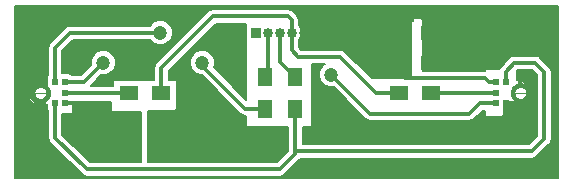
<source format=gbr>
G04 #@! TF.FileFunction,Copper,L1,Top,Signal*
%FSLAX46Y46*%
G04 Gerber Fmt 4.6, Leading zero omitted, Abs format (unit mm)*
G04 Created by KiCad (PCBNEW 4.0.0-rc1-stable) date 09/11/2017 17:01:20*
%MOMM*%
G01*
G04 APERTURE LIST*
%ADD10C,0.100000*%
%ADD11C,0.001000*%
%ADD12R,1.500000X1.250000*%
%ADD13R,0.850000X0.850000*%
%ADD14O,0.850000X0.850000*%
%ADD15R,0.522000X0.600000*%
%ADD16R,0.100000X0.100000*%
%ADD17R,1.500000X1.300000*%
%ADD18R,1.300000X1.500000*%
%ADD19C,1.200000*%
%ADD20C,0.304800*%
%ADD21C,0.200000*%
G04 APERTURE END LIST*
D10*
D11*
G36*
X145292500Y-104140000D02*
X145592500Y-104140000D01*
X143967500Y-104161271D01*
X143969727Y-104203765D01*
X143974174Y-104246084D01*
X143980831Y-104288112D01*
X143989678Y-104329735D01*
X144000691Y-104370837D01*
X144013840Y-104411306D01*
X144029089Y-104451032D01*
X144046396Y-104489906D01*
X144065714Y-104527820D01*
X144086990Y-104564671D01*
X144110165Y-104600359D01*
X144135177Y-104634784D01*
X144161955Y-104667854D01*
X144190428Y-104699476D01*
X144220517Y-104729565D01*
X144252139Y-104758038D01*
X144285208Y-104784817D01*
X144319633Y-104809829D01*
X144355320Y-104833005D01*
X144392171Y-104854281D01*
X144430085Y-104873600D01*
X144468959Y-104890907D01*
X144508684Y-104906157D01*
X144549154Y-104919307D01*
X144590256Y-104930320D01*
X144631878Y-104939167D01*
X144673906Y-104945824D01*
X144716225Y-104950272D01*
X144758719Y-104952500D01*
X144780000Y-104952500D01*
X144780000Y-104652500D01*
X144766583Y-104652500D01*
X144739779Y-104651095D01*
X144713085Y-104648290D01*
X144686575Y-104644091D01*
X144660321Y-104638511D01*
X144634395Y-104631564D01*
X144608868Y-104623270D01*
X144583810Y-104613652D01*
X144559290Y-104602735D01*
X144535375Y-104590550D01*
X144512130Y-104577129D01*
X144489620Y-104562511D01*
X144467905Y-104546735D01*
X144447046Y-104529844D01*
X144427100Y-104511884D01*
X144408120Y-104492905D01*
X144390160Y-104472958D01*
X144373269Y-104452100D01*
X144357492Y-104430385D01*
X144342874Y-104407875D01*
X144329453Y-104384630D01*
X144317268Y-104360715D01*
X144306351Y-104336195D01*
X144296732Y-104311138D01*
X144288437Y-104285611D01*
X144281490Y-104259685D01*
X144275910Y-104233431D01*
X144271711Y-104206921D01*
X144268905Y-104180227D01*
X144267500Y-104153423D01*
X145292500Y-104140000D01*
G37*
X145292500Y-104140000D02*
X145592500Y-104140000D01*
X143967500Y-104161271D01*
X143969727Y-104203765D01*
X143974174Y-104246084D01*
X143980831Y-104288112D01*
X143989678Y-104329735D01*
X144000691Y-104370837D01*
X144013840Y-104411306D01*
X144029089Y-104451032D01*
X144046396Y-104489906D01*
X144065714Y-104527820D01*
X144086990Y-104564671D01*
X144110165Y-104600359D01*
X144135177Y-104634784D01*
X144161955Y-104667854D01*
X144190428Y-104699476D01*
X144220517Y-104729565D01*
X144252139Y-104758038D01*
X144285208Y-104784817D01*
X144319633Y-104809829D01*
X144355320Y-104833005D01*
X144392171Y-104854281D01*
X144430085Y-104873600D01*
X144468959Y-104890907D01*
X144508684Y-104906157D01*
X144549154Y-104919307D01*
X144590256Y-104930320D01*
X144631878Y-104939167D01*
X144673906Y-104945824D01*
X144716225Y-104950272D01*
X144758719Y-104952500D01*
X144780000Y-104952500D01*
X144780000Y-104652500D01*
X144766583Y-104652500D01*
X144739779Y-104651095D01*
X144713085Y-104648290D01*
X144686575Y-104644091D01*
X144660321Y-104638511D01*
X144634395Y-104631564D01*
X144608868Y-104623270D01*
X144583810Y-104613652D01*
X144559290Y-104602735D01*
X144535375Y-104590550D01*
X144512130Y-104577129D01*
X144489620Y-104562511D01*
X144467905Y-104546735D01*
X144447046Y-104529844D01*
X144427100Y-104511884D01*
X144408120Y-104492905D01*
X144390160Y-104472958D01*
X144373269Y-104452100D01*
X144357492Y-104430385D01*
X144342874Y-104407875D01*
X144329453Y-104384630D01*
X144317268Y-104360715D01*
X144306351Y-104336195D01*
X144296732Y-104311138D01*
X144288437Y-104285611D01*
X144281490Y-104259685D01*
X144275910Y-104233431D01*
X144271711Y-104206921D01*
X144268905Y-104180227D01*
X144267500Y-104153423D01*
X145292500Y-104140000D01*
G36*
X144780000Y-103627500D02*
X144780000Y-103327500D01*
X144758729Y-103327500D01*
X144716235Y-103329727D01*
X144673916Y-103334174D01*
X144631888Y-103340831D01*
X144590265Y-103349678D01*
X144549163Y-103360691D01*
X144508694Y-103373840D01*
X144468968Y-103389089D01*
X144430094Y-103406396D01*
X144392180Y-103425714D01*
X144355329Y-103446990D01*
X144319641Y-103470165D01*
X144285216Y-103495177D01*
X144252146Y-103521955D01*
X144220524Y-103550428D01*
X144190435Y-103580517D01*
X144161962Y-103612139D01*
X144135183Y-103645208D01*
X144110171Y-103679633D01*
X144086995Y-103715320D01*
X144065719Y-103752171D01*
X144046400Y-103790085D01*
X144029093Y-103828959D01*
X144013843Y-103868684D01*
X144000693Y-103909154D01*
X143989680Y-103950256D01*
X143980833Y-103991878D01*
X143974176Y-104033906D01*
X143969728Y-104076225D01*
X143967500Y-104118719D01*
X143967500Y-104140000D01*
X145292500Y-104140000D01*
X144267500Y-104126583D01*
X144268905Y-104099779D01*
X144271710Y-104073085D01*
X144275909Y-104046575D01*
X144281489Y-104020321D01*
X144288436Y-103994395D01*
X144296730Y-103968868D01*
X144306348Y-103943810D01*
X144317265Y-103919290D01*
X144329450Y-103895375D01*
X144342871Y-103872130D01*
X144357489Y-103849620D01*
X144373265Y-103827905D01*
X144390156Y-103807046D01*
X144408116Y-103787100D01*
X144427095Y-103768120D01*
X144447042Y-103750160D01*
X144467900Y-103733269D01*
X144489615Y-103717492D01*
X144512125Y-103702874D01*
X144535370Y-103689453D01*
X144559285Y-103677268D01*
X144583805Y-103666351D01*
X144608862Y-103656732D01*
X144634389Y-103648437D01*
X144660315Y-103641490D01*
X144686569Y-103635910D01*
X144713079Y-103631711D01*
X144739773Y-103628905D01*
X144766577Y-103627500D01*
X144780000Y-103627500D01*
G37*
X144780000Y-103627500D02*
X144780000Y-103327500D01*
X144758729Y-103327500D01*
X144716235Y-103329727D01*
X144673916Y-103334174D01*
X144631888Y-103340831D01*
X144590265Y-103349678D01*
X144549163Y-103360691D01*
X144508694Y-103373840D01*
X144468968Y-103389089D01*
X144430094Y-103406396D01*
X144392180Y-103425714D01*
X144355329Y-103446990D01*
X144319641Y-103470165D01*
X144285216Y-103495177D01*
X144252146Y-103521955D01*
X144220524Y-103550428D01*
X144190435Y-103580517D01*
X144161962Y-103612139D01*
X144135183Y-103645208D01*
X144110171Y-103679633D01*
X144086995Y-103715320D01*
X144065719Y-103752171D01*
X144046400Y-103790085D01*
X144029093Y-103828959D01*
X144013843Y-103868684D01*
X144000693Y-103909154D01*
X143989680Y-103950256D01*
X143980833Y-103991878D01*
X143974176Y-104033906D01*
X143969728Y-104076225D01*
X143967500Y-104118719D01*
X143967500Y-104140000D01*
X145292500Y-104140000D01*
X144267500Y-104126583D01*
X144268905Y-104099779D01*
X144271710Y-104073085D01*
X144275909Y-104046575D01*
X144281489Y-104020321D01*
X144288436Y-103994395D01*
X144296730Y-103968868D01*
X144306348Y-103943810D01*
X144317265Y-103919290D01*
X144329450Y-103895375D01*
X144342871Y-103872130D01*
X144357489Y-103849620D01*
X144373265Y-103827905D01*
X144390156Y-103807046D01*
X144408116Y-103787100D01*
X144427095Y-103768120D01*
X144447042Y-103750160D01*
X144467900Y-103733269D01*
X144489615Y-103717492D01*
X144512125Y-103702874D01*
X144535370Y-103689453D01*
X144559285Y-103677268D01*
X144583805Y-103666351D01*
X144608862Y-103656732D01*
X144634389Y-103648437D01*
X144660315Y-103641490D01*
X144686569Y-103635910D01*
X144713079Y-103631711D01*
X144739773Y-103628905D01*
X144766577Y-103627500D01*
X144780000Y-103627500D01*
G36*
X144267500Y-104140000D02*
X143967500Y-104140000D01*
X145592500Y-104118729D01*
X145590273Y-104076235D01*
X145585826Y-104033916D01*
X145579169Y-103991888D01*
X145570322Y-103950265D01*
X145559309Y-103909163D01*
X145546160Y-103868694D01*
X145530911Y-103828968D01*
X145513604Y-103790094D01*
X145494286Y-103752180D01*
X145473010Y-103715329D01*
X145449835Y-103679641D01*
X145424823Y-103645216D01*
X145398045Y-103612146D01*
X145369572Y-103580524D01*
X145339483Y-103550435D01*
X145307861Y-103521962D01*
X145274792Y-103495183D01*
X145240367Y-103470171D01*
X145204680Y-103446995D01*
X145167829Y-103425719D01*
X145129915Y-103406400D01*
X145091041Y-103389093D01*
X145051316Y-103373843D01*
X145010846Y-103360693D01*
X144969744Y-103349680D01*
X144928122Y-103340833D01*
X144886094Y-103334176D01*
X144843775Y-103329728D01*
X144801281Y-103327500D01*
X144780000Y-103327500D01*
X144780000Y-103627500D01*
X144793417Y-103627500D01*
X144820221Y-103628905D01*
X144846915Y-103631710D01*
X144873425Y-103635909D01*
X144899679Y-103641489D01*
X144925605Y-103648436D01*
X144951132Y-103656730D01*
X144976190Y-103666348D01*
X145000710Y-103677265D01*
X145024625Y-103689450D01*
X145047870Y-103702871D01*
X145070380Y-103717489D01*
X145092095Y-103733265D01*
X145112954Y-103750156D01*
X145132900Y-103768116D01*
X145151880Y-103787095D01*
X145169840Y-103807042D01*
X145186731Y-103827900D01*
X145202508Y-103849615D01*
X145217126Y-103872125D01*
X145230547Y-103895370D01*
X145242732Y-103919285D01*
X145253649Y-103943805D01*
X145263268Y-103968862D01*
X145271563Y-103994389D01*
X145278510Y-104020315D01*
X145284090Y-104046569D01*
X145288289Y-104073079D01*
X145291095Y-104099773D01*
X145292500Y-104126577D01*
X144267500Y-104140000D01*
G37*
X144267500Y-104140000D02*
X143967500Y-104140000D01*
X145592500Y-104118729D01*
X145590273Y-104076235D01*
X145585826Y-104033916D01*
X145579169Y-103991888D01*
X145570322Y-103950265D01*
X145559309Y-103909163D01*
X145546160Y-103868694D01*
X145530911Y-103828968D01*
X145513604Y-103790094D01*
X145494286Y-103752180D01*
X145473010Y-103715329D01*
X145449835Y-103679641D01*
X145424823Y-103645216D01*
X145398045Y-103612146D01*
X145369572Y-103580524D01*
X145339483Y-103550435D01*
X145307861Y-103521962D01*
X145274792Y-103495183D01*
X145240367Y-103470171D01*
X145204680Y-103446995D01*
X145167829Y-103425719D01*
X145129915Y-103406400D01*
X145091041Y-103389093D01*
X145051316Y-103373843D01*
X145010846Y-103360693D01*
X144969744Y-103349680D01*
X144928122Y-103340833D01*
X144886094Y-103334176D01*
X144843775Y-103329728D01*
X144801281Y-103327500D01*
X144780000Y-103327500D01*
X144780000Y-103627500D01*
X144793417Y-103627500D01*
X144820221Y-103628905D01*
X144846915Y-103631710D01*
X144873425Y-103635909D01*
X144899679Y-103641489D01*
X144925605Y-103648436D01*
X144951132Y-103656730D01*
X144976190Y-103666348D01*
X145000710Y-103677265D01*
X145024625Y-103689450D01*
X145047870Y-103702871D01*
X145070380Y-103717489D01*
X145092095Y-103733265D01*
X145112954Y-103750156D01*
X145132900Y-103768116D01*
X145151880Y-103787095D01*
X145169840Y-103807042D01*
X145186731Y-103827900D01*
X145202508Y-103849615D01*
X145217126Y-103872125D01*
X145230547Y-103895370D01*
X145242732Y-103919285D01*
X145253649Y-103943805D01*
X145263268Y-103968862D01*
X145271563Y-103994389D01*
X145278510Y-104020315D01*
X145284090Y-104046569D01*
X145288289Y-104073079D01*
X145291095Y-104099773D01*
X145292500Y-104126577D01*
X144267500Y-104140000D01*
G36*
X144780000Y-104652500D02*
X144780000Y-104952500D01*
X144801271Y-104952500D01*
X144843765Y-104950273D01*
X144886084Y-104945826D01*
X144928112Y-104939169D01*
X144969735Y-104930322D01*
X145010837Y-104919309D01*
X145051306Y-104906160D01*
X145091032Y-104890911D01*
X145129906Y-104873604D01*
X145167820Y-104854286D01*
X145204671Y-104833010D01*
X145240359Y-104809835D01*
X145274784Y-104784823D01*
X145307854Y-104758045D01*
X145339476Y-104729572D01*
X145369565Y-104699483D01*
X145398038Y-104667861D01*
X145424817Y-104634792D01*
X145449829Y-104600367D01*
X145473005Y-104564680D01*
X145494281Y-104527829D01*
X145513600Y-104489915D01*
X145530907Y-104451041D01*
X145546157Y-104411316D01*
X145559307Y-104370846D01*
X145570320Y-104329744D01*
X145579167Y-104288122D01*
X145585824Y-104246094D01*
X145590272Y-104203775D01*
X145592500Y-104161281D01*
X145592500Y-104140000D01*
X144267500Y-104140000D01*
X145292500Y-104153417D01*
X145291095Y-104180221D01*
X145288290Y-104206915D01*
X145284091Y-104233425D01*
X145278511Y-104259679D01*
X145271564Y-104285605D01*
X145263270Y-104311132D01*
X145253652Y-104336190D01*
X145242735Y-104360710D01*
X145230550Y-104384625D01*
X145217129Y-104407870D01*
X145202511Y-104430380D01*
X145186735Y-104452095D01*
X145169844Y-104472954D01*
X145151884Y-104492900D01*
X145132905Y-104511880D01*
X145112958Y-104529840D01*
X145092100Y-104546731D01*
X145070385Y-104562508D01*
X145047875Y-104577126D01*
X145024630Y-104590547D01*
X145000715Y-104602732D01*
X144976195Y-104613649D01*
X144951138Y-104623268D01*
X144925611Y-104631563D01*
X144899685Y-104638510D01*
X144873431Y-104644090D01*
X144846921Y-104648289D01*
X144820227Y-104651095D01*
X144793423Y-104652500D01*
X144780000Y-104652500D01*
G37*
X144780000Y-104652500D02*
X144780000Y-104952500D01*
X144801271Y-104952500D01*
X144843765Y-104950273D01*
X144886084Y-104945826D01*
X144928112Y-104939169D01*
X144969735Y-104930322D01*
X145010837Y-104919309D01*
X145051306Y-104906160D01*
X145091032Y-104890911D01*
X145129906Y-104873604D01*
X145167820Y-104854286D01*
X145204671Y-104833010D01*
X145240359Y-104809835D01*
X145274784Y-104784823D01*
X145307854Y-104758045D01*
X145339476Y-104729572D01*
X145369565Y-104699483D01*
X145398038Y-104667861D01*
X145424817Y-104634792D01*
X145449829Y-104600367D01*
X145473005Y-104564680D01*
X145494281Y-104527829D01*
X145513600Y-104489915D01*
X145530907Y-104451041D01*
X145546157Y-104411316D01*
X145559307Y-104370846D01*
X145570320Y-104329744D01*
X145579167Y-104288122D01*
X145585824Y-104246094D01*
X145590272Y-104203775D01*
X145592500Y-104161281D01*
X145592500Y-104140000D01*
X144267500Y-104140000D01*
X145292500Y-104153417D01*
X145291095Y-104180221D01*
X145288290Y-104206915D01*
X145284091Y-104233425D01*
X145278511Y-104259679D01*
X145271564Y-104285605D01*
X145263270Y-104311132D01*
X145253652Y-104336190D01*
X145242735Y-104360710D01*
X145230550Y-104384625D01*
X145217129Y-104407870D01*
X145202511Y-104430380D01*
X145186735Y-104452095D01*
X145169844Y-104472954D01*
X145151884Y-104492900D01*
X145132905Y-104511880D01*
X145112958Y-104529840D01*
X145092100Y-104546731D01*
X145070385Y-104562508D01*
X145047875Y-104577126D01*
X145024630Y-104590547D01*
X145000715Y-104602732D01*
X144976195Y-104613649D01*
X144951138Y-104623268D01*
X144925611Y-104631563D01*
X144899685Y-104638510D01*
X144873431Y-104644090D01*
X144846921Y-104648289D01*
X144820227Y-104651095D01*
X144793423Y-104652500D01*
X144780000Y-104652500D01*
G36*
X184907500Y-104140000D02*
X184607500Y-104140000D01*
X186232500Y-104118729D01*
X186230273Y-104076235D01*
X186225826Y-104033916D01*
X186219169Y-103991888D01*
X186210322Y-103950265D01*
X186199309Y-103909163D01*
X186186160Y-103868694D01*
X186170911Y-103828968D01*
X186153604Y-103790094D01*
X186134286Y-103752180D01*
X186113010Y-103715329D01*
X186089835Y-103679641D01*
X186064823Y-103645216D01*
X186038045Y-103612146D01*
X186009572Y-103580524D01*
X185979483Y-103550435D01*
X185947861Y-103521962D01*
X185914792Y-103495183D01*
X185880367Y-103470171D01*
X185844680Y-103446995D01*
X185807829Y-103425719D01*
X185769915Y-103406400D01*
X185731041Y-103389093D01*
X185691316Y-103373843D01*
X185650846Y-103360693D01*
X185609744Y-103349680D01*
X185568122Y-103340833D01*
X185526094Y-103334176D01*
X185483775Y-103329728D01*
X185441281Y-103327500D01*
X185420000Y-103327500D01*
X185420000Y-103627500D01*
X185433417Y-103627500D01*
X185460221Y-103628905D01*
X185486915Y-103631710D01*
X185513425Y-103635909D01*
X185539679Y-103641489D01*
X185565605Y-103648436D01*
X185591132Y-103656730D01*
X185616190Y-103666348D01*
X185640710Y-103677265D01*
X185664625Y-103689450D01*
X185687870Y-103702871D01*
X185710380Y-103717489D01*
X185732095Y-103733265D01*
X185752954Y-103750156D01*
X185772900Y-103768116D01*
X185791880Y-103787095D01*
X185809840Y-103807042D01*
X185826731Y-103827900D01*
X185842508Y-103849615D01*
X185857126Y-103872125D01*
X185870547Y-103895370D01*
X185882732Y-103919285D01*
X185893649Y-103943805D01*
X185903268Y-103968862D01*
X185911563Y-103994389D01*
X185918510Y-104020315D01*
X185924090Y-104046569D01*
X185928289Y-104073079D01*
X185931095Y-104099773D01*
X185932500Y-104126577D01*
X184907500Y-104140000D01*
G37*
X184907500Y-104140000D02*
X184607500Y-104140000D01*
X186232500Y-104118729D01*
X186230273Y-104076235D01*
X186225826Y-104033916D01*
X186219169Y-103991888D01*
X186210322Y-103950265D01*
X186199309Y-103909163D01*
X186186160Y-103868694D01*
X186170911Y-103828968D01*
X186153604Y-103790094D01*
X186134286Y-103752180D01*
X186113010Y-103715329D01*
X186089835Y-103679641D01*
X186064823Y-103645216D01*
X186038045Y-103612146D01*
X186009572Y-103580524D01*
X185979483Y-103550435D01*
X185947861Y-103521962D01*
X185914792Y-103495183D01*
X185880367Y-103470171D01*
X185844680Y-103446995D01*
X185807829Y-103425719D01*
X185769915Y-103406400D01*
X185731041Y-103389093D01*
X185691316Y-103373843D01*
X185650846Y-103360693D01*
X185609744Y-103349680D01*
X185568122Y-103340833D01*
X185526094Y-103334176D01*
X185483775Y-103329728D01*
X185441281Y-103327500D01*
X185420000Y-103327500D01*
X185420000Y-103627500D01*
X185433417Y-103627500D01*
X185460221Y-103628905D01*
X185486915Y-103631710D01*
X185513425Y-103635909D01*
X185539679Y-103641489D01*
X185565605Y-103648436D01*
X185591132Y-103656730D01*
X185616190Y-103666348D01*
X185640710Y-103677265D01*
X185664625Y-103689450D01*
X185687870Y-103702871D01*
X185710380Y-103717489D01*
X185732095Y-103733265D01*
X185752954Y-103750156D01*
X185772900Y-103768116D01*
X185791880Y-103787095D01*
X185809840Y-103807042D01*
X185826731Y-103827900D01*
X185842508Y-103849615D01*
X185857126Y-103872125D01*
X185870547Y-103895370D01*
X185882732Y-103919285D01*
X185893649Y-103943805D01*
X185903268Y-103968862D01*
X185911563Y-103994389D01*
X185918510Y-104020315D01*
X185924090Y-104046569D01*
X185928289Y-104073079D01*
X185931095Y-104099773D01*
X185932500Y-104126577D01*
X184907500Y-104140000D01*
G36*
X185420000Y-104652500D02*
X185420000Y-104952500D01*
X185441271Y-104952500D01*
X185483765Y-104950273D01*
X185526084Y-104945826D01*
X185568112Y-104939169D01*
X185609735Y-104930322D01*
X185650837Y-104919309D01*
X185691306Y-104906160D01*
X185731032Y-104890911D01*
X185769906Y-104873604D01*
X185807820Y-104854286D01*
X185844671Y-104833010D01*
X185880359Y-104809835D01*
X185914784Y-104784823D01*
X185947854Y-104758045D01*
X185979476Y-104729572D01*
X186009565Y-104699483D01*
X186038038Y-104667861D01*
X186064817Y-104634792D01*
X186089829Y-104600367D01*
X186113005Y-104564680D01*
X186134281Y-104527829D01*
X186153600Y-104489915D01*
X186170907Y-104451041D01*
X186186157Y-104411316D01*
X186199307Y-104370846D01*
X186210320Y-104329744D01*
X186219167Y-104288122D01*
X186225824Y-104246094D01*
X186230272Y-104203775D01*
X186232500Y-104161281D01*
X186232500Y-104140000D01*
X184907500Y-104140000D01*
X185932500Y-104153417D01*
X185931095Y-104180221D01*
X185928290Y-104206915D01*
X185924091Y-104233425D01*
X185918511Y-104259679D01*
X185911564Y-104285605D01*
X185903270Y-104311132D01*
X185893652Y-104336190D01*
X185882735Y-104360710D01*
X185870550Y-104384625D01*
X185857129Y-104407870D01*
X185842511Y-104430380D01*
X185826735Y-104452095D01*
X185809844Y-104472954D01*
X185791884Y-104492900D01*
X185772905Y-104511880D01*
X185752958Y-104529840D01*
X185732100Y-104546731D01*
X185710385Y-104562508D01*
X185687875Y-104577126D01*
X185664630Y-104590547D01*
X185640715Y-104602732D01*
X185616195Y-104613649D01*
X185591138Y-104623268D01*
X185565611Y-104631563D01*
X185539685Y-104638510D01*
X185513431Y-104644090D01*
X185486921Y-104648289D01*
X185460227Y-104651095D01*
X185433423Y-104652500D01*
X185420000Y-104652500D01*
G37*
X185420000Y-104652500D02*
X185420000Y-104952500D01*
X185441271Y-104952500D01*
X185483765Y-104950273D01*
X185526084Y-104945826D01*
X185568112Y-104939169D01*
X185609735Y-104930322D01*
X185650837Y-104919309D01*
X185691306Y-104906160D01*
X185731032Y-104890911D01*
X185769906Y-104873604D01*
X185807820Y-104854286D01*
X185844671Y-104833010D01*
X185880359Y-104809835D01*
X185914784Y-104784823D01*
X185947854Y-104758045D01*
X185979476Y-104729572D01*
X186009565Y-104699483D01*
X186038038Y-104667861D01*
X186064817Y-104634792D01*
X186089829Y-104600367D01*
X186113005Y-104564680D01*
X186134281Y-104527829D01*
X186153600Y-104489915D01*
X186170907Y-104451041D01*
X186186157Y-104411316D01*
X186199307Y-104370846D01*
X186210320Y-104329744D01*
X186219167Y-104288122D01*
X186225824Y-104246094D01*
X186230272Y-104203775D01*
X186232500Y-104161281D01*
X186232500Y-104140000D01*
X184907500Y-104140000D01*
X185932500Y-104153417D01*
X185931095Y-104180221D01*
X185928290Y-104206915D01*
X185924091Y-104233425D01*
X185918511Y-104259679D01*
X185911564Y-104285605D01*
X185903270Y-104311132D01*
X185893652Y-104336190D01*
X185882735Y-104360710D01*
X185870550Y-104384625D01*
X185857129Y-104407870D01*
X185842511Y-104430380D01*
X185826735Y-104452095D01*
X185809844Y-104472954D01*
X185791884Y-104492900D01*
X185772905Y-104511880D01*
X185752958Y-104529840D01*
X185732100Y-104546731D01*
X185710385Y-104562508D01*
X185687875Y-104577126D01*
X185664630Y-104590547D01*
X185640715Y-104602732D01*
X185616195Y-104613649D01*
X185591138Y-104623268D01*
X185565611Y-104631563D01*
X185539685Y-104638510D01*
X185513431Y-104644090D01*
X185486921Y-104648289D01*
X185460227Y-104651095D01*
X185433423Y-104652500D01*
X185420000Y-104652500D01*
G36*
X185932500Y-104140000D02*
X186232500Y-104140000D01*
X184607500Y-104161271D01*
X184609727Y-104203765D01*
X184614174Y-104246084D01*
X184620831Y-104288112D01*
X184629678Y-104329735D01*
X184640691Y-104370837D01*
X184653840Y-104411306D01*
X184669089Y-104451032D01*
X184686396Y-104489906D01*
X184705714Y-104527820D01*
X184726990Y-104564671D01*
X184750165Y-104600359D01*
X184775177Y-104634784D01*
X184801955Y-104667854D01*
X184830428Y-104699476D01*
X184860517Y-104729565D01*
X184892139Y-104758038D01*
X184925208Y-104784817D01*
X184959633Y-104809829D01*
X184995320Y-104833005D01*
X185032171Y-104854281D01*
X185070085Y-104873600D01*
X185108959Y-104890907D01*
X185148684Y-104906157D01*
X185189154Y-104919307D01*
X185230256Y-104930320D01*
X185271878Y-104939167D01*
X185313906Y-104945824D01*
X185356225Y-104950272D01*
X185398719Y-104952500D01*
X185420000Y-104952500D01*
X185420000Y-104652500D01*
X185406583Y-104652500D01*
X185379779Y-104651095D01*
X185353085Y-104648290D01*
X185326575Y-104644091D01*
X185300321Y-104638511D01*
X185274395Y-104631564D01*
X185248868Y-104623270D01*
X185223810Y-104613652D01*
X185199290Y-104602735D01*
X185175375Y-104590550D01*
X185152130Y-104577129D01*
X185129620Y-104562511D01*
X185107905Y-104546735D01*
X185087046Y-104529844D01*
X185067100Y-104511884D01*
X185048120Y-104492905D01*
X185030160Y-104472958D01*
X185013269Y-104452100D01*
X184997492Y-104430385D01*
X184982874Y-104407875D01*
X184969453Y-104384630D01*
X184957268Y-104360715D01*
X184946351Y-104336195D01*
X184936732Y-104311138D01*
X184928437Y-104285611D01*
X184921490Y-104259685D01*
X184915910Y-104233431D01*
X184911711Y-104206921D01*
X184908905Y-104180227D01*
X184907500Y-104153423D01*
X185932500Y-104140000D01*
G37*
X185932500Y-104140000D02*
X186232500Y-104140000D01*
X184607500Y-104161271D01*
X184609727Y-104203765D01*
X184614174Y-104246084D01*
X184620831Y-104288112D01*
X184629678Y-104329735D01*
X184640691Y-104370837D01*
X184653840Y-104411306D01*
X184669089Y-104451032D01*
X184686396Y-104489906D01*
X184705714Y-104527820D01*
X184726990Y-104564671D01*
X184750165Y-104600359D01*
X184775177Y-104634784D01*
X184801955Y-104667854D01*
X184830428Y-104699476D01*
X184860517Y-104729565D01*
X184892139Y-104758038D01*
X184925208Y-104784817D01*
X184959633Y-104809829D01*
X184995320Y-104833005D01*
X185032171Y-104854281D01*
X185070085Y-104873600D01*
X185108959Y-104890907D01*
X185148684Y-104906157D01*
X185189154Y-104919307D01*
X185230256Y-104930320D01*
X185271878Y-104939167D01*
X185313906Y-104945824D01*
X185356225Y-104950272D01*
X185398719Y-104952500D01*
X185420000Y-104952500D01*
X185420000Y-104652500D01*
X185406583Y-104652500D01*
X185379779Y-104651095D01*
X185353085Y-104648290D01*
X185326575Y-104644091D01*
X185300321Y-104638511D01*
X185274395Y-104631564D01*
X185248868Y-104623270D01*
X185223810Y-104613652D01*
X185199290Y-104602735D01*
X185175375Y-104590550D01*
X185152130Y-104577129D01*
X185129620Y-104562511D01*
X185107905Y-104546735D01*
X185087046Y-104529844D01*
X185067100Y-104511884D01*
X185048120Y-104492905D01*
X185030160Y-104472958D01*
X185013269Y-104452100D01*
X184997492Y-104430385D01*
X184982874Y-104407875D01*
X184969453Y-104384630D01*
X184957268Y-104360715D01*
X184946351Y-104336195D01*
X184936732Y-104311138D01*
X184928437Y-104285611D01*
X184921490Y-104259685D01*
X184915910Y-104233431D01*
X184911711Y-104206921D01*
X184908905Y-104180227D01*
X184907500Y-104153423D01*
X185932500Y-104140000D01*
G36*
X185420000Y-103627500D02*
X185420000Y-103327500D01*
X185398729Y-103327500D01*
X185356235Y-103329727D01*
X185313916Y-103334174D01*
X185271888Y-103340831D01*
X185230265Y-103349678D01*
X185189163Y-103360691D01*
X185148694Y-103373840D01*
X185108968Y-103389089D01*
X185070094Y-103406396D01*
X185032180Y-103425714D01*
X184995329Y-103446990D01*
X184959641Y-103470165D01*
X184925216Y-103495177D01*
X184892146Y-103521955D01*
X184860524Y-103550428D01*
X184830435Y-103580517D01*
X184801962Y-103612139D01*
X184775183Y-103645208D01*
X184750171Y-103679633D01*
X184726995Y-103715320D01*
X184705719Y-103752171D01*
X184686400Y-103790085D01*
X184669093Y-103828959D01*
X184653843Y-103868684D01*
X184640693Y-103909154D01*
X184629680Y-103950256D01*
X184620833Y-103991878D01*
X184614176Y-104033906D01*
X184609728Y-104076225D01*
X184607500Y-104118719D01*
X184607500Y-104140000D01*
X185932500Y-104140000D01*
X184907500Y-104126583D01*
X184908905Y-104099779D01*
X184911710Y-104073085D01*
X184915909Y-104046575D01*
X184921489Y-104020321D01*
X184928436Y-103994395D01*
X184936730Y-103968868D01*
X184946348Y-103943810D01*
X184957265Y-103919290D01*
X184969450Y-103895375D01*
X184982871Y-103872130D01*
X184997489Y-103849620D01*
X185013265Y-103827905D01*
X185030156Y-103807046D01*
X185048116Y-103787100D01*
X185067095Y-103768120D01*
X185087042Y-103750160D01*
X185107900Y-103733269D01*
X185129615Y-103717492D01*
X185152125Y-103702874D01*
X185175370Y-103689453D01*
X185199285Y-103677268D01*
X185223805Y-103666351D01*
X185248862Y-103656732D01*
X185274389Y-103648437D01*
X185300315Y-103641490D01*
X185326569Y-103635910D01*
X185353079Y-103631711D01*
X185379773Y-103628905D01*
X185406577Y-103627500D01*
X185420000Y-103627500D01*
G37*
X185420000Y-103627500D02*
X185420000Y-103327500D01*
X185398729Y-103327500D01*
X185356235Y-103329727D01*
X185313916Y-103334174D01*
X185271888Y-103340831D01*
X185230265Y-103349678D01*
X185189163Y-103360691D01*
X185148694Y-103373840D01*
X185108968Y-103389089D01*
X185070094Y-103406396D01*
X185032180Y-103425714D01*
X184995329Y-103446990D01*
X184959641Y-103470165D01*
X184925216Y-103495177D01*
X184892146Y-103521955D01*
X184860524Y-103550428D01*
X184830435Y-103580517D01*
X184801962Y-103612139D01*
X184775183Y-103645208D01*
X184750171Y-103679633D01*
X184726995Y-103715320D01*
X184705719Y-103752171D01*
X184686400Y-103790085D01*
X184669093Y-103828959D01*
X184653843Y-103868684D01*
X184640693Y-103909154D01*
X184629680Y-103950256D01*
X184620833Y-103991878D01*
X184614176Y-104033906D01*
X184609728Y-104076225D01*
X184607500Y-104118719D01*
X184607500Y-104140000D01*
X185932500Y-104140000D01*
X184907500Y-104126583D01*
X184908905Y-104099779D01*
X184911710Y-104073085D01*
X184915909Y-104046575D01*
X184921489Y-104020321D01*
X184928436Y-103994395D01*
X184936730Y-103968868D01*
X184946348Y-103943810D01*
X184957265Y-103919290D01*
X184969450Y-103895375D01*
X184982871Y-103872130D01*
X184997489Y-103849620D01*
X185013265Y-103827905D01*
X185030156Y-103807046D01*
X185048116Y-103787100D01*
X185067095Y-103768120D01*
X185087042Y-103750160D01*
X185107900Y-103733269D01*
X185129615Y-103717492D01*
X185152125Y-103702874D01*
X185175370Y-103689453D01*
X185199285Y-103677268D01*
X185223805Y-103666351D01*
X185248862Y-103656732D01*
X185274389Y-103648437D01*
X185300315Y-103641490D01*
X185326569Y-103635910D01*
X185353079Y-103631711D01*
X185379773Y-103628905D01*
X185406577Y-103627500D01*
X185420000Y-103627500D01*
D12*
X152420000Y-109220000D03*
X154920000Y-109220000D03*
X175280000Y-101600000D03*
X177780000Y-101600000D03*
X152420000Y-106680000D03*
X154920000Y-106680000D03*
X175280000Y-99060000D03*
X177780000Y-99060000D03*
D13*
X163068000Y-99060000D03*
D14*
X164068000Y-99060000D03*
X165068000Y-99060000D03*
X166068000Y-99060000D03*
X167068000Y-99060000D03*
D15*
X146032000Y-103240000D03*
X146854000Y-103240000D03*
X146854000Y-104140000D03*
X146854000Y-105040000D03*
X146032000Y-105040000D03*
D16*
X144800000Y-104790000D03*
D15*
X184168000Y-105040000D03*
X183346000Y-105040000D03*
X183346000Y-104140000D03*
X183346000Y-103240000D03*
X184168000Y-103240000D03*
D16*
X185400000Y-103490000D03*
D17*
X152320000Y-104140000D03*
X155020000Y-104140000D03*
X175180000Y-104140000D03*
X177880000Y-104140000D03*
D18*
X163830000Y-105490000D03*
X163830000Y-102790000D03*
X166370000Y-105490000D03*
X166370000Y-102790000D03*
D19*
X148717000Y-107696000D03*
X171450000Y-100330000D03*
X154940000Y-99060000D03*
X172466000Y-97282000D03*
X143510000Y-97282000D03*
X156845000Y-107950000D03*
X146050000Y-109982000D03*
X144780000Y-106807000D03*
X160401000Y-107950000D03*
X174117000Y-107442000D03*
X179959000Y-107442000D03*
X185547000Y-107442000D03*
X179832000Y-100076000D03*
X160401000Y-107950000D03*
X169418000Y-102616000D03*
X150114000Y-101600000D03*
X158496000Y-101600000D03*
D20*
X148220000Y-105040000D02*
X149860000Y-106680000D01*
X152420000Y-106680000D02*
X149733000Y-106680000D01*
X149733000Y-106680000D02*
X148717000Y-107696000D01*
X175280000Y-101600000D02*
X175280000Y-102529800D01*
X175280000Y-102529800D02*
X175620200Y-102870000D01*
X175620200Y-102870000D02*
X182410200Y-102870000D01*
X182410200Y-102870000D02*
X182780200Y-103240000D01*
X182780200Y-103240000D02*
X183346000Y-103240000D01*
X175280000Y-101600000D02*
X175280000Y-99060000D01*
X172720000Y-100330000D02*
X173990000Y-99060000D01*
X173990000Y-99060000D02*
X175280000Y-99060000D01*
X171450000Y-100330000D02*
X172720000Y-100330000D01*
X152420000Y-109220000D02*
X152420000Y-106680000D01*
X146854000Y-105040000D02*
X148220000Y-105040000D01*
X149860000Y-106680000D02*
X152420000Y-106680000D01*
X146032000Y-103240000D02*
X146032000Y-100348000D01*
X147320000Y-99060000D02*
X154940000Y-99060000D01*
X146032000Y-100348000D02*
X147320000Y-99060000D01*
X167068000Y-99060000D02*
X167068000Y-98362000D01*
X167068000Y-98362000D02*
X168148000Y-97282000D01*
X168148000Y-97282000D02*
X172466000Y-97282000D01*
X156845000Y-107950000D02*
X157693528Y-107950000D01*
X157693528Y-107950000D02*
X160401000Y-107950000D01*
X144800000Y-104790000D02*
X144800000Y-106787000D01*
X144800000Y-106787000D02*
X144780000Y-106807000D01*
X145262999Y-105257999D02*
X145262999Y-105746401D01*
X145262999Y-105746401D02*
X145371590Y-105854992D01*
X144800000Y-104795000D02*
X145262999Y-105257999D01*
X144800000Y-104790000D02*
X144800000Y-104795000D01*
X145262999Y-103479999D02*
X145262999Y-102006001D01*
X145161000Y-103251000D02*
X145161000Y-103378000D01*
X145161000Y-103378000D02*
X145262999Y-103479999D01*
X144907000Y-103251000D02*
X145161000Y-103251000D01*
X144526000Y-103251000D02*
X144907000Y-103251000D01*
X144653000Y-103378000D02*
X144526000Y-103251000D01*
X144272000Y-103378000D02*
X144653000Y-103378000D01*
X144018000Y-103632000D02*
X144272000Y-103378000D01*
X143891000Y-103632000D02*
X144018000Y-103632000D01*
X143891000Y-104013000D02*
X143891000Y-103632000D01*
X143891000Y-104394000D02*
X143891000Y-104013000D01*
X144145000Y-104648000D02*
X143891000Y-104394000D01*
X144661800Y-105164800D02*
X144145000Y-104648000D01*
X144780000Y-105164800D02*
X144661800Y-105164800D01*
X144800000Y-104790000D02*
X144800000Y-105144800D01*
X144800000Y-105144800D02*
X144780000Y-105164800D01*
X185547000Y-107442000D02*
X185547000Y-105283000D01*
X185801000Y-105029000D02*
X185547000Y-105283000D01*
X179959000Y-107442000D02*
X174117000Y-107442000D01*
X185558000Y-105040000D02*
X185547000Y-105051000D01*
X185547000Y-105051000D02*
X185547000Y-107442000D01*
X184168000Y-105040000D02*
X185558000Y-105040000D01*
X185039000Y-105029000D02*
X185028000Y-105040000D01*
X185028000Y-105040000D02*
X184168000Y-105040000D01*
X185801000Y-105029000D02*
X185039000Y-105029000D01*
X186309000Y-104521000D02*
X185801000Y-105029000D01*
X186309000Y-103759000D02*
X186309000Y-104521000D01*
X185547000Y-102997000D02*
X186309000Y-103759000D01*
X185547000Y-102988200D02*
X185547000Y-102997000D01*
X185400000Y-103490000D02*
X185400000Y-103135200D01*
X185400000Y-103135200D02*
X185547000Y-102988200D01*
X167068000Y-98362000D02*
X168148000Y-97282000D01*
X154920000Y-109220000D02*
X154920000Y-106680000D01*
X178816000Y-99060000D02*
X179832000Y-100076000D01*
X178816000Y-99060000D02*
X177780000Y-99060000D01*
X154920000Y-109220000D02*
X158369000Y-109220000D01*
X158369000Y-109220000D02*
X160401000Y-107950000D01*
X176784000Y-97282000D02*
X177780000Y-98278000D01*
X168148000Y-97282000D02*
X176784000Y-97282000D01*
X177780000Y-98278000D02*
X177780000Y-99060000D01*
X177780000Y-101600000D02*
X177780000Y-99060000D01*
X183346000Y-105040000D02*
X181980000Y-105040000D01*
X172720000Y-105918000D02*
X169418000Y-102616000D01*
X181102000Y-105918000D02*
X172720000Y-105918000D01*
X181980000Y-105040000D02*
X181102000Y-105918000D01*
X163830000Y-105490000D02*
X162132000Y-105490000D01*
X148474000Y-103240000D02*
X146854000Y-103240000D01*
X150114000Y-101600000D02*
X148474000Y-103240000D01*
X158496000Y-101854000D02*
X158496000Y-101600000D01*
X162132000Y-105490000D02*
X158496000Y-101854000D01*
X184168000Y-103240000D02*
X184168000Y-102344000D01*
X184168000Y-102344000D02*
X184912000Y-101600000D01*
X184912000Y-101600000D02*
X186690000Y-101600000D01*
X186690000Y-101600000D02*
X187452000Y-102362000D01*
X186436000Y-109093000D02*
X166370000Y-109093000D01*
X187452000Y-102362000D02*
X187452000Y-108077000D01*
X187452000Y-108077000D02*
X186436000Y-109093000D01*
X166370000Y-105490000D02*
X166370000Y-109347000D01*
X166370000Y-109347000D02*
X165100000Y-110617000D01*
X165100000Y-110617000D02*
X148717000Y-110617000D01*
X148717000Y-110617000D02*
X146032000Y-107932000D01*
X146032000Y-107932000D02*
X146032000Y-105040000D01*
X155020000Y-104140000D02*
X155020000Y-102028000D01*
X155020000Y-102028000D02*
X159385000Y-97663000D01*
X159385000Y-97663000D02*
X165735000Y-97663000D01*
X166068000Y-97996000D02*
X166068000Y-99060000D01*
X165735000Y-97663000D02*
X166068000Y-97996000D01*
X175180000Y-104140000D02*
X173228000Y-104140000D01*
X166068000Y-100536000D02*
X166068000Y-99060000D01*
X166624000Y-101092000D02*
X166068000Y-100536000D01*
X170180000Y-101092000D02*
X166624000Y-101092000D01*
X173228000Y-104140000D02*
X170180000Y-101092000D01*
X146854000Y-104140000D02*
X152320000Y-104140000D01*
X183346000Y-104140000D02*
X177880000Y-104140000D01*
X164068000Y-99060000D02*
X164068000Y-102552000D01*
X164068000Y-102552000D02*
X163830000Y-102790000D01*
X165068000Y-99060000D02*
X165068000Y-101488000D01*
X165068000Y-101488000D02*
X166370000Y-102790000D01*
D21*
G36*
X150776000Y-105664000D02*
X150783879Y-105702906D01*
X150806273Y-105735681D01*
X150839654Y-105757161D01*
X150876000Y-105764000D01*
X153316000Y-105764000D01*
X153316000Y-110009000D01*
X148968842Y-110009000D01*
X146640000Y-107680158D01*
X146640000Y-105891000D01*
X147447000Y-105891000D01*
X147485906Y-105883121D01*
X147518681Y-105860727D01*
X147540161Y-105827346D01*
X147547000Y-105791000D01*
X147547000Y-104875000D01*
X150776000Y-104875000D01*
X150776000Y-105664000D01*
X150776000Y-105664000D01*
G37*
X150776000Y-105664000D02*
X150783879Y-105702906D01*
X150806273Y-105735681D01*
X150839654Y-105757161D01*
X150876000Y-105764000D01*
X153316000Y-105764000D01*
X153316000Y-110009000D01*
X148968842Y-110009000D01*
X146640000Y-107680158D01*
X146640000Y-105891000D01*
X147447000Y-105891000D01*
X147485906Y-105883121D01*
X147518681Y-105860727D01*
X147540161Y-105827346D01*
X147547000Y-105791000D01*
X147547000Y-104875000D01*
X150776000Y-104875000D01*
X150776000Y-105664000D01*
G36*
X171867270Y-98176372D02*
X172255107Y-98337416D01*
X172675051Y-98337782D01*
X173063168Y-98177416D01*
X173351086Y-97890000D01*
X176176000Y-97890000D01*
X176176000Y-102897000D01*
X172844842Y-102897000D01*
X170609921Y-100662079D01*
X170579908Y-100642025D01*
X170412672Y-100530281D01*
X170390241Y-100525819D01*
X170377711Y-100513289D01*
X170344629Y-100491350D01*
X170307000Y-100484000D01*
X168375000Y-100484000D01*
X168375000Y-97914842D01*
X168399842Y-97890000D01*
X171581397Y-97890000D01*
X171867270Y-98176372D01*
X171867270Y-98176372D01*
G37*
X171867270Y-98176372D02*
X172255107Y-98337416D01*
X172675051Y-98337782D01*
X173063168Y-98177416D01*
X173351086Y-97890000D01*
X176176000Y-97890000D01*
X176176000Y-102897000D01*
X172844842Y-102897000D01*
X170609921Y-100662079D01*
X170579908Y-100642025D01*
X170412672Y-100530281D01*
X170390241Y-100525819D01*
X170377711Y-100513289D01*
X170344629Y-100491350D01*
X170307000Y-100484000D01*
X168375000Y-100484000D01*
X168375000Y-97914842D01*
X168399842Y-97890000D01*
X171581397Y-97890000D01*
X171867270Y-98176372D01*
G36*
X188601000Y-111385000D02*
X142615000Y-111385000D01*
X142615000Y-104118719D01*
X143667000Y-104118719D01*
X143667000Y-104140000D01*
X143667391Y-104141965D01*
X143667026Y-104143933D01*
X143669132Y-104153841D01*
X143667026Y-104165204D01*
X143668272Y-104171066D01*
X143667412Y-104176998D01*
X143669639Y-104219492D01*
X143671603Y-104227225D01*
X143670873Y-104235169D01*
X143675320Y-104277488D01*
X143677688Y-104285113D01*
X143677374Y-104293095D01*
X143684031Y-104335123D01*
X143686793Y-104342608D01*
X143686897Y-104350588D01*
X143695744Y-104392211D01*
X143698895Y-104399546D01*
X143699417Y-104407508D01*
X143710430Y-104448611D01*
X143713960Y-104455769D01*
X143714898Y-104463695D01*
X143728047Y-104504165D01*
X143731947Y-104511128D01*
X143733298Y-104518993D01*
X143748547Y-104558719D01*
X143752805Y-104565467D01*
X143754566Y-104573252D01*
X143771874Y-104612126D01*
X143776481Y-104618645D01*
X143778648Y-104626329D01*
X143797966Y-104664243D01*
X143802909Y-104670513D01*
X143805474Y-104678070D01*
X143826750Y-104714921D01*
X143832009Y-104720918D01*
X143834966Y-104728330D01*
X143858141Y-104764017D01*
X143863714Y-104769738D01*
X143867058Y-104776992D01*
X143892070Y-104811417D01*
X143897926Y-104816830D01*
X143901639Y-104823888D01*
X143928417Y-104856958D01*
X143934557Y-104862065D01*
X143938641Y-104868929D01*
X143967115Y-104900551D01*
X143973506Y-104905324D01*
X143977942Y-104911962D01*
X144008031Y-104942050D01*
X144014666Y-104946484D01*
X144019442Y-104952879D01*
X144051064Y-104981352D01*
X144057924Y-104985433D01*
X144063027Y-104991569D01*
X144096096Y-105018348D01*
X144103158Y-105022063D01*
X144108575Y-105027924D01*
X144143000Y-105052936D01*
X144150248Y-105056277D01*
X144155966Y-105061848D01*
X144191653Y-105085023D01*
X144199068Y-105087981D01*
X144205070Y-105093245D01*
X144241921Y-105114521D01*
X144249475Y-105117085D01*
X144255742Y-105122026D01*
X144293656Y-105141345D01*
X144301341Y-105143513D01*
X144307865Y-105148123D01*
X144346740Y-105165430D01*
X144354518Y-105167190D01*
X144361263Y-105171446D01*
X144400989Y-105186696D01*
X144408858Y-105188048D01*
X144415821Y-105191948D01*
X144456291Y-105205098D01*
X144464220Y-105206037D01*
X144471381Y-105209568D01*
X144512483Y-105220581D01*
X144520447Y-105221103D01*
X144527779Y-105224253D01*
X144569401Y-105233100D01*
X144577379Y-105233204D01*
X144584867Y-105235967D01*
X144626895Y-105242624D01*
X144634871Y-105242311D01*
X144642495Y-105244678D01*
X144684813Y-105249126D01*
X144692758Y-105248396D01*
X144700491Y-105250360D01*
X144742985Y-105252588D01*
X144750888Y-105251442D01*
X144758719Y-105253000D01*
X144801271Y-105253000D01*
X144809100Y-105251443D01*
X144816998Y-105252588D01*
X144859492Y-105250361D01*
X144867225Y-105248397D01*
X144875169Y-105249127D01*
X144917488Y-105244680D01*
X144925113Y-105242312D01*
X144933095Y-105242626D01*
X144975123Y-105235969D01*
X144982608Y-105233207D01*
X144990588Y-105233103D01*
X145032211Y-105224256D01*
X145039546Y-105221105D01*
X145047508Y-105220583D01*
X145088611Y-105209570D01*
X145095769Y-105206040D01*
X145103695Y-105205102D01*
X145144165Y-105191953D01*
X145151128Y-105188053D01*
X145158993Y-105186702D01*
X145198719Y-105171453D01*
X145205467Y-105167195D01*
X145213252Y-105165434D01*
X145252126Y-105148126D01*
X145258645Y-105143519D01*
X145266329Y-105141352D01*
X145304243Y-105122034D01*
X145306475Y-105120274D01*
X145306475Y-105340000D01*
X145338243Y-105508835D01*
X145424000Y-105642105D01*
X145424000Y-107932000D01*
X145470281Y-108164672D01*
X145541394Y-108271100D01*
X145602079Y-108361921D01*
X148287079Y-111046921D01*
X148484328Y-111178719D01*
X148717000Y-111225000D01*
X165100000Y-111225000D01*
X165332672Y-111178719D01*
X165529921Y-111046921D01*
X166799921Y-109776921D01*
X166850650Y-109701000D01*
X186436000Y-109701000D01*
X186668672Y-109654719D01*
X186865921Y-109522921D01*
X187881921Y-108506921D01*
X187896568Y-108485000D01*
X188013719Y-108309672D01*
X188060000Y-108077000D01*
X188060000Y-102362000D01*
X188013719Y-102129328D01*
X187881921Y-101932079D01*
X187119921Y-101170079D01*
X187080891Y-101144000D01*
X186922672Y-101038281D01*
X186690000Y-100992000D01*
X184912000Y-100992000D01*
X184679328Y-101038281D01*
X184521109Y-101144000D01*
X184482079Y-101170079D01*
X183738079Y-101914079D01*
X183606281Y-102111328D01*
X183601572Y-102135000D01*
X182499000Y-102135000D01*
X182462654Y-102141839D01*
X182429273Y-102163319D01*
X182406879Y-102196094D01*
X182399000Y-102235000D01*
X182399000Y-102262000D01*
X177138000Y-102262000D01*
X177138000Y-97917000D01*
X177131161Y-97880654D01*
X177109681Y-97847273D01*
X177076906Y-97824879D01*
X177038000Y-97817000D01*
X176403000Y-97817000D01*
X176366654Y-97823839D01*
X176333273Y-97845319D01*
X176310879Y-97878094D01*
X176303000Y-97917000D01*
X176303000Y-98070121D01*
X176210726Y-98007073D01*
X176030000Y-97970475D01*
X174530000Y-97970475D01*
X174361165Y-98002243D01*
X174206100Y-98102025D01*
X174102073Y-98254274D01*
X174065475Y-98435000D01*
X174065475Y-98452000D01*
X173990000Y-98452000D01*
X173757328Y-98498281D01*
X173560079Y-98630079D01*
X172468158Y-99722000D01*
X172334603Y-99722000D01*
X172048730Y-99435628D01*
X171660893Y-99274584D01*
X171240949Y-99274218D01*
X170852832Y-99434584D01*
X170555628Y-99731270D01*
X170394584Y-100119107D01*
X170394229Y-100526612D01*
X170180000Y-100484000D01*
X166875842Y-100484000D01*
X166676000Y-100284158D01*
X166676000Y-99709738D01*
X166690678Y-99699930D01*
X166881568Y-99414243D01*
X166948600Y-99077252D01*
X166948600Y-99042748D01*
X166881568Y-98705757D01*
X166690678Y-98420070D01*
X166676000Y-98410262D01*
X166676000Y-97996000D01*
X166629719Y-97763328D01*
X166497921Y-97566079D01*
X166164921Y-97233079D01*
X165967672Y-97101281D01*
X165735000Y-97055000D01*
X159385000Y-97055000D01*
X159152328Y-97101281D01*
X158955079Y-97233079D01*
X154590079Y-101598079D01*
X154458281Y-101795328D01*
X154412000Y-102028000D01*
X154412000Y-103024000D01*
X151003000Y-103024000D01*
X150966654Y-103030839D01*
X150933273Y-103052319D01*
X150910879Y-103085094D01*
X150903000Y-103124000D01*
X150903000Y-103532000D01*
X149041842Y-103532000D01*
X149918413Y-102655429D01*
X150323051Y-102655782D01*
X150711168Y-102495416D01*
X151008372Y-102198730D01*
X151169416Y-101810893D01*
X151169782Y-101390949D01*
X151009416Y-101002832D01*
X150712730Y-100705628D01*
X150324893Y-100544584D01*
X149904949Y-100544218D01*
X149516832Y-100704584D01*
X149219628Y-101001270D01*
X149058584Y-101389107D01*
X149058229Y-101795929D01*
X148222158Y-102632000D01*
X147458206Y-102632000D01*
X147447975Y-102616100D01*
X147295726Y-102512073D01*
X147115000Y-102475475D01*
X146640000Y-102475475D01*
X146640000Y-100599842D01*
X147571842Y-99668000D01*
X154055397Y-99668000D01*
X154341270Y-99954372D01*
X154729107Y-100115416D01*
X155149051Y-100115782D01*
X155537168Y-99955416D01*
X155834372Y-99658730D01*
X155995416Y-99270893D01*
X155995782Y-98850949D01*
X155835416Y-98462832D01*
X155538730Y-98165628D01*
X155150893Y-98004584D01*
X154730949Y-98004218D01*
X154342832Y-98164584D01*
X154054914Y-98452000D01*
X147320000Y-98452000D01*
X147087328Y-98498281D01*
X146929109Y-98604000D01*
X146890079Y-98630079D01*
X145602079Y-99918079D01*
X145470281Y-100115328D01*
X145424000Y-100348000D01*
X145424000Y-102640833D01*
X145343073Y-102759274D01*
X145306475Y-102940000D01*
X145306475Y-103159722D01*
X145304258Y-103157974D01*
X145266344Y-103138655D01*
X145258657Y-103136487D01*
X145252135Y-103131878D01*
X145213261Y-103114570D01*
X145205480Y-103112809D01*
X145198737Y-103108555D01*
X145159012Y-103093304D01*
X145151142Y-103091952D01*
X145144179Y-103088052D01*
X145103709Y-103074902D01*
X145095781Y-103073964D01*
X145088620Y-103070432D01*
X145047517Y-103059419D01*
X145039553Y-103058897D01*
X145032221Y-103055747D01*
X144990599Y-103046900D01*
X144982621Y-103046796D01*
X144975133Y-103044033D01*
X144933105Y-103037376D01*
X144925129Y-103037689D01*
X144917505Y-103035322D01*
X144875186Y-103030874D01*
X144867241Y-103031604D01*
X144859509Y-103029640D01*
X144817015Y-103027412D01*
X144809112Y-103028558D01*
X144801281Y-103027000D01*
X144758729Y-103027000D01*
X144750900Y-103028557D01*
X144743002Y-103027412D01*
X144700508Y-103029639D01*
X144692775Y-103031603D01*
X144684831Y-103030873D01*
X144642512Y-103035320D01*
X144634887Y-103037688D01*
X144626905Y-103037374D01*
X144584877Y-103044031D01*
X144577392Y-103046793D01*
X144569412Y-103046897D01*
X144527789Y-103055744D01*
X144520454Y-103058895D01*
X144512492Y-103059417D01*
X144471390Y-103070430D01*
X144464232Y-103073960D01*
X144456305Y-103074898D01*
X144415836Y-103088047D01*
X144408873Y-103091946D01*
X144401007Y-103093298D01*
X144361281Y-103108547D01*
X144354532Y-103112805D01*
X144346749Y-103114566D01*
X144307874Y-103131873D01*
X144301353Y-103136481D01*
X144293671Y-103138648D01*
X144255757Y-103157966D01*
X144249487Y-103162909D01*
X144241930Y-103165474D01*
X144205079Y-103186750D01*
X144199082Y-103192009D01*
X144191670Y-103194966D01*
X144155982Y-103218141D01*
X144150260Y-103223714D01*
X144143008Y-103227058D01*
X144108583Y-103252070D01*
X144103170Y-103257926D01*
X144096112Y-103261639D01*
X144063042Y-103288417D01*
X144057935Y-103294557D01*
X144051071Y-103298641D01*
X144019449Y-103327114D01*
X144014673Y-103333509D01*
X144008038Y-103337943D01*
X143977949Y-103368031D01*
X143973513Y-103374669D01*
X143967122Y-103379442D01*
X143938648Y-103411064D01*
X143934567Y-103417924D01*
X143928431Y-103423027D01*
X143901652Y-103456096D01*
X143897937Y-103463158D01*
X143892076Y-103468575D01*
X143867064Y-103503000D01*
X143863723Y-103510248D01*
X143858152Y-103515966D01*
X143834976Y-103551653D01*
X143832017Y-103559070D01*
X143826755Y-103565070D01*
X143805479Y-103601921D01*
X143802915Y-103609475D01*
X143797974Y-103615742D01*
X143778655Y-103653656D01*
X143776487Y-103661343D01*
X143771878Y-103667865D01*
X143754570Y-103706739D01*
X143752809Y-103714520D01*
X143748555Y-103721263D01*
X143733304Y-103760988D01*
X143731952Y-103768858D01*
X143728052Y-103775821D01*
X143714902Y-103816291D01*
X143713964Y-103824219D01*
X143710432Y-103831380D01*
X143699419Y-103872483D01*
X143698897Y-103880447D01*
X143695747Y-103887779D01*
X143686900Y-103929401D01*
X143686796Y-103937379D01*
X143684033Y-103944867D01*
X143677376Y-103986895D01*
X143677689Y-103994871D01*
X143675322Y-104002495D01*
X143670874Y-104044814D01*
X143671604Y-104052759D01*
X143669640Y-104060491D01*
X143667412Y-104102985D01*
X143668558Y-104110888D01*
X143667000Y-104118719D01*
X142615000Y-104118719D01*
X142615000Y-96768000D01*
X188601000Y-96768000D01*
X188601000Y-111385000D01*
X188601000Y-111385000D01*
G37*
X188601000Y-111385000D02*
X142615000Y-111385000D01*
X142615000Y-104118719D01*
X143667000Y-104118719D01*
X143667000Y-104140000D01*
X143667391Y-104141965D01*
X143667026Y-104143933D01*
X143669132Y-104153841D01*
X143667026Y-104165204D01*
X143668272Y-104171066D01*
X143667412Y-104176998D01*
X143669639Y-104219492D01*
X143671603Y-104227225D01*
X143670873Y-104235169D01*
X143675320Y-104277488D01*
X143677688Y-104285113D01*
X143677374Y-104293095D01*
X143684031Y-104335123D01*
X143686793Y-104342608D01*
X143686897Y-104350588D01*
X143695744Y-104392211D01*
X143698895Y-104399546D01*
X143699417Y-104407508D01*
X143710430Y-104448611D01*
X143713960Y-104455769D01*
X143714898Y-104463695D01*
X143728047Y-104504165D01*
X143731947Y-104511128D01*
X143733298Y-104518993D01*
X143748547Y-104558719D01*
X143752805Y-104565467D01*
X143754566Y-104573252D01*
X143771874Y-104612126D01*
X143776481Y-104618645D01*
X143778648Y-104626329D01*
X143797966Y-104664243D01*
X143802909Y-104670513D01*
X143805474Y-104678070D01*
X143826750Y-104714921D01*
X143832009Y-104720918D01*
X143834966Y-104728330D01*
X143858141Y-104764017D01*
X143863714Y-104769738D01*
X143867058Y-104776992D01*
X143892070Y-104811417D01*
X143897926Y-104816830D01*
X143901639Y-104823888D01*
X143928417Y-104856958D01*
X143934557Y-104862065D01*
X143938641Y-104868929D01*
X143967115Y-104900551D01*
X143973506Y-104905324D01*
X143977942Y-104911962D01*
X144008031Y-104942050D01*
X144014666Y-104946484D01*
X144019442Y-104952879D01*
X144051064Y-104981352D01*
X144057924Y-104985433D01*
X144063027Y-104991569D01*
X144096096Y-105018348D01*
X144103158Y-105022063D01*
X144108575Y-105027924D01*
X144143000Y-105052936D01*
X144150248Y-105056277D01*
X144155966Y-105061848D01*
X144191653Y-105085023D01*
X144199068Y-105087981D01*
X144205070Y-105093245D01*
X144241921Y-105114521D01*
X144249475Y-105117085D01*
X144255742Y-105122026D01*
X144293656Y-105141345D01*
X144301341Y-105143513D01*
X144307865Y-105148123D01*
X144346740Y-105165430D01*
X144354518Y-105167190D01*
X144361263Y-105171446D01*
X144400989Y-105186696D01*
X144408858Y-105188048D01*
X144415821Y-105191948D01*
X144456291Y-105205098D01*
X144464220Y-105206037D01*
X144471381Y-105209568D01*
X144512483Y-105220581D01*
X144520447Y-105221103D01*
X144527779Y-105224253D01*
X144569401Y-105233100D01*
X144577379Y-105233204D01*
X144584867Y-105235967D01*
X144626895Y-105242624D01*
X144634871Y-105242311D01*
X144642495Y-105244678D01*
X144684813Y-105249126D01*
X144692758Y-105248396D01*
X144700491Y-105250360D01*
X144742985Y-105252588D01*
X144750888Y-105251442D01*
X144758719Y-105253000D01*
X144801271Y-105253000D01*
X144809100Y-105251443D01*
X144816998Y-105252588D01*
X144859492Y-105250361D01*
X144867225Y-105248397D01*
X144875169Y-105249127D01*
X144917488Y-105244680D01*
X144925113Y-105242312D01*
X144933095Y-105242626D01*
X144975123Y-105235969D01*
X144982608Y-105233207D01*
X144990588Y-105233103D01*
X145032211Y-105224256D01*
X145039546Y-105221105D01*
X145047508Y-105220583D01*
X145088611Y-105209570D01*
X145095769Y-105206040D01*
X145103695Y-105205102D01*
X145144165Y-105191953D01*
X145151128Y-105188053D01*
X145158993Y-105186702D01*
X145198719Y-105171453D01*
X145205467Y-105167195D01*
X145213252Y-105165434D01*
X145252126Y-105148126D01*
X145258645Y-105143519D01*
X145266329Y-105141352D01*
X145304243Y-105122034D01*
X145306475Y-105120274D01*
X145306475Y-105340000D01*
X145338243Y-105508835D01*
X145424000Y-105642105D01*
X145424000Y-107932000D01*
X145470281Y-108164672D01*
X145541394Y-108271100D01*
X145602079Y-108361921D01*
X148287079Y-111046921D01*
X148484328Y-111178719D01*
X148717000Y-111225000D01*
X165100000Y-111225000D01*
X165332672Y-111178719D01*
X165529921Y-111046921D01*
X166799921Y-109776921D01*
X166850650Y-109701000D01*
X186436000Y-109701000D01*
X186668672Y-109654719D01*
X186865921Y-109522921D01*
X187881921Y-108506921D01*
X187896568Y-108485000D01*
X188013719Y-108309672D01*
X188060000Y-108077000D01*
X188060000Y-102362000D01*
X188013719Y-102129328D01*
X187881921Y-101932079D01*
X187119921Y-101170079D01*
X187080891Y-101144000D01*
X186922672Y-101038281D01*
X186690000Y-100992000D01*
X184912000Y-100992000D01*
X184679328Y-101038281D01*
X184521109Y-101144000D01*
X184482079Y-101170079D01*
X183738079Y-101914079D01*
X183606281Y-102111328D01*
X183601572Y-102135000D01*
X182499000Y-102135000D01*
X182462654Y-102141839D01*
X182429273Y-102163319D01*
X182406879Y-102196094D01*
X182399000Y-102235000D01*
X182399000Y-102262000D01*
X177138000Y-102262000D01*
X177138000Y-97917000D01*
X177131161Y-97880654D01*
X177109681Y-97847273D01*
X177076906Y-97824879D01*
X177038000Y-97817000D01*
X176403000Y-97817000D01*
X176366654Y-97823839D01*
X176333273Y-97845319D01*
X176310879Y-97878094D01*
X176303000Y-97917000D01*
X176303000Y-98070121D01*
X176210726Y-98007073D01*
X176030000Y-97970475D01*
X174530000Y-97970475D01*
X174361165Y-98002243D01*
X174206100Y-98102025D01*
X174102073Y-98254274D01*
X174065475Y-98435000D01*
X174065475Y-98452000D01*
X173990000Y-98452000D01*
X173757328Y-98498281D01*
X173560079Y-98630079D01*
X172468158Y-99722000D01*
X172334603Y-99722000D01*
X172048730Y-99435628D01*
X171660893Y-99274584D01*
X171240949Y-99274218D01*
X170852832Y-99434584D01*
X170555628Y-99731270D01*
X170394584Y-100119107D01*
X170394229Y-100526612D01*
X170180000Y-100484000D01*
X166875842Y-100484000D01*
X166676000Y-100284158D01*
X166676000Y-99709738D01*
X166690678Y-99699930D01*
X166881568Y-99414243D01*
X166948600Y-99077252D01*
X166948600Y-99042748D01*
X166881568Y-98705757D01*
X166690678Y-98420070D01*
X166676000Y-98410262D01*
X166676000Y-97996000D01*
X166629719Y-97763328D01*
X166497921Y-97566079D01*
X166164921Y-97233079D01*
X165967672Y-97101281D01*
X165735000Y-97055000D01*
X159385000Y-97055000D01*
X159152328Y-97101281D01*
X158955079Y-97233079D01*
X154590079Y-101598079D01*
X154458281Y-101795328D01*
X154412000Y-102028000D01*
X154412000Y-103024000D01*
X151003000Y-103024000D01*
X150966654Y-103030839D01*
X150933273Y-103052319D01*
X150910879Y-103085094D01*
X150903000Y-103124000D01*
X150903000Y-103532000D01*
X149041842Y-103532000D01*
X149918413Y-102655429D01*
X150323051Y-102655782D01*
X150711168Y-102495416D01*
X151008372Y-102198730D01*
X151169416Y-101810893D01*
X151169782Y-101390949D01*
X151009416Y-101002832D01*
X150712730Y-100705628D01*
X150324893Y-100544584D01*
X149904949Y-100544218D01*
X149516832Y-100704584D01*
X149219628Y-101001270D01*
X149058584Y-101389107D01*
X149058229Y-101795929D01*
X148222158Y-102632000D01*
X147458206Y-102632000D01*
X147447975Y-102616100D01*
X147295726Y-102512073D01*
X147115000Y-102475475D01*
X146640000Y-102475475D01*
X146640000Y-100599842D01*
X147571842Y-99668000D01*
X154055397Y-99668000D01*
X154341270Y-99954372D01*
X154729107Y-100115416D01*
X155149051Y-100115782D01*
X155537168Y-99955416D01*
X155834372Y-99658730D01*
X155995416Y-99270893D01*
X155995782Y-98850949D01*
X155835416Y-98462832D01*
X155538730Y-98165628D01*
X155150893Y-98004584D01*
X154730949Y-98004218D01*
X154342832Y-98164584D01*
X154054914Y-98452000D01*
X147320000Y-98452000D01*
X147087328Y-98498281D01*
X146929109Y-98604000D01*
X146890079Y-98630079D01*
X145602079Y-99918079D01*
X145470281Y-100115328D01*
X145424000Y-100348000D01*
X145424000Y-102640833D01*
X145343073Y-102759274D01*
X145306475Y-102940000D01*
X145306475Y-103159722D01*
X145304258Y-103157974D01*
X145266344Y-103138655D01*
X145258657Y-103136487D01*
X145252135Y-103131878D01*
X145213261Y-103114570D01*
X145205480Y-103112809D01*
X145198737Y-103108555D01*
X145159012Y-103093304D01*
X145151142Y-103091952D01*
X145144179Y-103088052D01*
X145103709Y-103074902D01*
X145095781Y-103073964D01*
X145088620Y-103070432D01*
X145047517Y-103059419D01*
X145039553Y-103058897D01*
X145032221Y-103055747D01*
X144990599Y-103046900D01*
X144982621Y-103046796D01*
X144975133Y-103044033D01*
X144933105Y-103037376D01*
X144925129Y-103037689D01*
X144917505Y-103035322D01*
X144875186Y-103030874D01*
X144867241Y-103031604D01*
X144859509Y-103029640D01*
X144817015Y-103027412D01*
X144809112Y-103028558D01*
X144801281Y-103027000D01*
X144758729Y-103027000D01*
X144750900Y-103028557D01*
X144743002Y-103027412D01*
X144700508Y-103029639D01*
X144692775Y-103031603D01*
X144684831Y-103030873D01*
X144642512Y-103035320D01*
X144634887Y-103037688D01*
X144626905Y-103037374D01*
X144584877Y-103044031D01*
X144577392Y-103046793D01*
X144569412Y-103046897D01*
X144527789Y-103055744D01*
X144520454Y-103058895D01*
X144512492Y-103059417D01*
X144471390Y-103070430D01*
X144464232Y-103073960D01*
X144456305Y-103074898D01*
X144415836Y-103088047D01*
X144408873Y-103091946D01*
X144401007Y-103093298D01*
X144361281Y-103108547D01*
X144354532Y-103112805D01*
X144346749Y-103114566D01*
X144307874Y-103131873D01*
X144301353Y-103136481D01*
X144293671Y-103138648D01*
X144255757Y-103157966D01*
X144249487Y-103162909D01*
X144241930Y-103165474D01*
X144205079Y-103186750D01*
X144199082Y-103192009D01*
X144191670Y-103194966D01*
X144155982Y-103218141D01*
X144150260Y-103223714D01*
X144143008Y-103227058D01*
X144108583Y-103252070D01*
X144103170Y-103257926D01*
X144096112Y-103261639D01*
X144063042Y-103288417D01*
X144057935Y-103294557D01*
X144051071Y-103298641D01*
X144019449Y-103327114D01*
X144014673Y-103333509D01*
X144008038Y-103337943D01*
X143977949Y-103368031D01*
X143973513Y-103374669D01*
X143967122Y-103379442D01*
X143938648Y-103411064D01*
X143934567Y-103417924D01*
X143928431Y-103423027D01*
X143901652Y-103456096D01*
X143897937Y-103463158D01*
X143892076Y-103468575D01*
X143867064Y-103503000D01*
X143863723Y-103510248D01*
X143858152Y-103515966D01*
X143834976Y-103551653D01*
X143832017Y-103559070D01*
X143826755Y-103565070D01*
X143805479Y-103601921D01*
X143802915Y-103609475D01*
X143797974Y-103615742D01*
X143778655Y-103653656D01*
X143776487Y-103661343D01*
X143771878Y-103667865D01*
X143754570Y-103706739D01*
X143752809Y-103714520D01*
X143748555Y-103721263D01*
X143733304Y-103760988D01*
X143731952Y-103768858D01*
X143728052Y-103775821D01*
X143714902Y-103816291D01*
X143713964Y-103824219D01*
X143710432Y-103831380D01*
X143699419Y-103872483D01*
X143698897Y-103880447D01*
X143695747Y-103887779D01*
X143686900Y-103929401D01*
X143686796Y-103937379D01*
X143684033Y-103944867D01*
X143677376Y-103986895D01*
X143677689Y-103994871D01*
X143675322Y-104002495D01*
X143670874Y-104044814D01*
X143671604Y-104052759D01*
X143669640Y-104060491D01*
X143667412Y-104102985D01*
X143668558Y-104110888D01*
X143667000Y-104118719D01*
X142615000Y-104118719D01*
X142615000Y-96768000D01*
X188601000Y-96768000D01*
X188601000Y-111385000D01*
G36*
X162206000Y-98499078D02*
X162178475Y-98635000D01*
X162178475Y-99485000D01*
X162206000Y-99631285D01*
X162206000Y-104704158D01*
X159481386Y-101979544D01*
X159551416Y-101810893D01*
X159551782Y-101390949D01*
X159391416Y-101002832D01*
X159094730Y-100705628D01*
X158706893Y-100544584D01*
X158286949Y-100544218D01*
X157898832Y-100704584D01*
X157601628Y-101001270D01*
X157440584Y-101389107D01*
X157440218Y-101809051D01*
X157600584Y-102197168D01*
X157897270Y-102494372D01*
X158285107Y-102655416D01*
X158437707Y-102655549D01*
X161702079Y-105919921D01*
X161899329Y-106051720D01*
X162132000Y-106098000D01*
X162206000Y-106098000D01*
X162206000Y-106934000D01*
X162212839Y-106970346D01*
X162234319Y-107003727D01*
X162267094Y-107026121D01*
X162306000Y-107034000D01*
X165762000Y-107034000D01*
X165762000Y-109095158D01*
X164848158Y-110009000D01*
X153897000Y-110009000D01*
X153897000Y-105637000D01*
X156210000Y-105637000D01*
X156246346Y-105630161D01*
X156279727Y-105608681D01*
X156302121Y-105575906D01*
X156310000Y-105537000D01*
X156310000Y-103124000D01*
X156303161Y-103087654D01*
X156281681Y-103054273D01*
X156248906Y-103031879D01*
X156210000Y-103024000D01*
X155628000Y-103024000D01*
X155628000Y-102279842D01*
X159636842Y-98271000D01*
X162206000Y-98271000D01*
X162206000Y-98499078D01*
X162206000Y-98499078D01*
G37*
X162206000Y-98499078D02*
X162178475Y-98635000D01*
X162178475Y-99485000D01*
X162206000Y-99631285D01*
X162206000Y-104704158D01*
X159481386Y-101979544D01*
X159551416Y-101810893D01*
X159551782Y-101390949D01*
X159391416Y-101002832D01*
X159094730Y-100705628D01*
X158706893Y-100544584D01*
X158286949Y-100544218D01*
X157898832Y-100704584D01*
X157601628Y-101001270D01*
X157440584Y-101389107D01*
X157440218Y-101809051D01*
X157600584Y-102197168D01*
X157897270Y-102494372D01*
X158285107Y-102655416D01*
X158437707Y-102655549D01*
X161702079Y-105919921D01*
X161899329Y-106051720D01*
X162132000Y-106098000D01*
X162206000Y-106098000D01*
X162206000Y-106934000D01*
X162212839Y-106970346D01*
X162234319Y-107003727D01*
X162267094Y-107026121D01*
X162306000Y-107034000D01*
X165762000Y-107034000D01*
X165762000Y-109095158D01*
X164848158Y-110009000D01*
X153897000Y-110009000D01*
X153897000Y-105637000D01*
X156210000Y-105637000D01*
X156246346Y-105630161D01*
X156279727Y-105608681D01*
X156302121Y-105575906D01*
X156310000Y-105537000D01*
X156310000Y-103124000D01*
X156303161Y-103087654D01*
X156281681Y-103054273D01*
X156248906Y-103031879D01*
X156210000Y-103024000D01*
X155628000Y-103024000D01*
X155628000Y-102279842D01*
X159636842Y-98271000D01*
X162206000Y-98271000D01*
X162206000Y-98499078D01*
G36*
X168820832Y-101720584D02*
X168523628Y-102017270D01*
X168362584Y-102405107D01*
X168362218Y-102825051D01*
X168522584Y-103213168D01*
X168819270Y-103510372D01*
X169207107Y-103671416D01*
X169613929Y-103671771D01*
X172290079Y-106347921D01*
X172487328Y-106479719D01*
X172720000Y-106526000D01*
X181102000Y-106526000D01*
X181334672Y-106479719D01*
X181531921Y-106347921D01*
X182231842Y-105648000D01*
X182399000Y-105648000D01*
X182399000Y-106045000D01*
X182405839Y-106081346D01*
X182427319Y-106114727D01*
X182460094Y-106137121D01*
X182499000Y-106145000D01*
X183896000Y-106145000D01*
X183932346Y-106138161D01*
X183965727Y-106116681D01*
X183988121Y-106083906D01*
X183996000Y-106045000D01*
X183996000Y-105577698D01*
X184034927Y-105520726D01*
X184071525Y-105340000D01*
X184071525Y-104875000D01*
X184584108Y-104875000D01*
X184607115Y-104900551D01*
X184613506Y-104905324D01*
X184617942Y-104911962D01*
X184648031Y-104942050D01*
X184654666Y-104946484D01*
X184659442Y-104952879D01*
X184691064Y-104981352D01*
X184697924Y-104985433D01*
X184703027Y-104991569D01*
X184736096Y-105018348D01*
X184743158Y-105022063D01*
X184748575Y-105027924D01*
X184783000Y-105052936D01*
X184790248Y-105056277D01*
X184795966Y-105061848D01*
X184831653Y-105085023D01*
X184839068Y-105087981D01*
X184845070Y-105093245D01*
X184881921Y-105114521D01*
X184889475Y-105117085D01*
X184895742Y-105122026D01*
X184933656Y-105141345D01*
X184941341Y-105143513D01*
X184947865Y-105148123D01*
X184986740Y-105165430D01*
X184994518Y-105167190D01*
X185001263Y-105171446D01*
X185040989Y-105186696D01*
X185048858Y-105188048D01*
X185055821Y-105191948D01*
X185096291Y-105205098D01*
X185104220Y-105206037D01*
X185111381Y-105209568D01*
X185152483Y-105220581D01*
X185160447Y-105221103D01*
X185167779Y-105224253D01*
X185209401Y-105233100D01*
X185217379Y-105233204D01*
X185224867Y-105235967D01*
X185266895Y-105242624D01*
X185274871Y-105242311D01*
X185282495Y-105244678D01*
X185324813Y-105249126D01*
X185332758Y-105248396D01*
X185340491Y-105250360D01*
X185382985Y-105252588D01*
X185390888Y-105251442D01*
X185398719Y-105253000D01*
X185441271Y-105253000D01*
X185449100Y-105251443D01*
X185456998Y-105252588D01*
X185499492Y-105250361D01*
X185507225Y-105248397D01*
X185515169Y-105249127D01*
X185557488Y-105244680D01*
X185565113Y-105242312D01*
X185573095Y-105242626D01*
X185615123Y-105235969D01*
X185622608Y-105233207D01*
X185630588Y-105233103D01*
X185672211Y-105224256D01*
X185679546Y-105221105D01*
X185687508Y-105220583D01*
X185728611Y-105209570D01*
X185735769Y-105206040D01*
X185743695Y-105205102D01*
X185784165Y-105191953D01*
X185791128Y-105188053D01*
X185798993Y-105186702D01*
X185838719Y-105171453D01*
X185845467Y-105167195D01*
X185853252Y-105165434D01*
X185892126Y-105148126D01*
X185898645Y-105143519D01*
X185906329Y-105141352D01*
X185944243Y-105122034D01*
X185950513Y-105117091D01*
X185958070Y-105114526D01*
X185994921Y-105093250D01*
X186000918Y-105087991D01*
X186008330Y-105085034D01*
X186044017Y-105061859D01*
X186049738Y-105056286D01*
X186056992Y-105052942D01*
X186091417Y-105027930D01*
X186096830Y-105022074D01*
X186103888Y-105018361D01*
X186136958Y-104991583D01*
X186142065Y-104985443D01*
X186148929Y-104981359D01*
X186180551Y-104952885D01*
X186185324Y-104946494D01*
X186191962Y-104942058D01*
X186222050Y-104911969D01*
X186226484Y-104905334D01*
X186232879Y-104900558D01*
X186261352Y-104868936D01*
X186265433Y-104862076D01*
X186271569Y-104856973D01*
X186298348Y-104823904D01*
X186302063Y-104816842D01*
X186307924Y-104811425D01*
X186332936Y-104777000D01*
X186336277Y-104769752D01*
X186341848Y-104764034D01*
X186365023Y-104728347D01*
X186367981Y-104720932D01*
X186373245Y-104714930D01*
X186394521Y-104678079D01*
X186397085Y-104670525D01*
X186402026Y-104664258D01*
X186421345Y-104626344D01*
X186423513Y-104618659D01*
X186428123Y-104612135D01*
X186445430Y-104573260D01*
X186447190Y-104565482D01*
X186451446Y-104558737D01*
X186466696Y-104519011D01*
X186468048Y-104511142D01*
X186471948Y-104504179D01*
X186485098Y-104463709D01*
X186486037Y-104455780D01*
X186489568Y-104448619D01*
X186500581Y-104407517D01*
X186501103Y-104399553D01*
X186504253Y-104392221D01*
X186513100Y-104350599D01*
X186513204Y-104342621D01*
X186515967Y-104335133D01*
X186522624Y-104293105D01*
X186522311Y-104285129D01*
X186524678Y-104277505D01*
X186529126Y-104235187D01*
X186528396Y-104227242D01*
X186530360Y-104219509D01*
X186532588Y-104177015D01*
X186531442Y-104169112D01*
X186533000Y-104161281D01*
X186533000Y-104140000D01*
X186532609Y-104138035D01*
X186532974Y-104136067D01*
X186530868Y-104126159D01*
X186532974Y-104114796D01*
X186531728Y-104108934D01*
X186532588Y-104103002D01*
X186530361Y-104060508D01*
X186528397Y-104052775D01*
X186529127Y-104044831D01*
X186524680Y-104002512D01*
X186522312Y-103994887D01*
X186522626Y-103986905D01*
X186515969Y-103944877D01*
X186513207Y-103937392D01*
X186513103Y-103929412D01*
X186504256Y-103887789D01*
X186501105Y-103880454D01*
X186500583Y-103872492D01*
X186489570Y-103831390D01*
X186486040Y-103824232D01*
X186485102Y-103816305D01*
X186471953Y-103775836D01*
X186468054Y-103768873D01*
X186466702Y-103761007D01*
X186451453Y-103721281D01*
X186447195Y-103714532D01*
X186445434Y-103706749D01*
X186428127Y-103667874D01*
X186423519Y-103661353D01*
X186421352Y-103653671D01*
X186402034Y-103615757D01*
X186397091Y-103609487D01*
X186394526Y-103601930D01*
X186373250Y-103565079D01*
X186367991Y-103559082D01*
X186365034Y-103551670D01*
X186341859Y-103515982D01*
X186336286Y-103510260D01*
X186332942Y-103503008D01*
X186307930Y-103468583D01*
X186302074Y-103463170D01*
X186298361Y-103456112D01*
X186271583Y-103423042D01*
X186265443Y-103417935D01*
X186261359Y-103411071D01*
X186232886Y-103379449D01*
X186226491Y-103374673D01*
X186222057Y-103368038D01*
X186191969Y-103337949D01*
X186185331Y-103333513D01*
X186180558Y-103327122D01*
X186148936Y-103298648D01*
X186142076Y-103294567D01*
X186136973Y-103288431D01*
X186103904Y-103261652D01*
X186096842Y-103257937D01*
X186091425Y-103252076D01*
X186057000Y-103227064D01*
X186049752Y-103223723D01*
X186044034Y-103218152D01*
X186008347Y-103194976D01*
X186000930Y-103192017D01*
X185994930Y-103186755D01*
X185958079Y-103165479D01*
X185950525Y-103162915D01*
X185944258Y-103157974D01*
X185906344Y-103138655D01*
X185898657Y-103136487D01*
X185892135Y-103131878D01*
X185853261Y-103114570D01*
X185845480Y-103112809D01*
X185838737Y-103108555D01*
X185799012Y-103093304D01*
X185791142Y-103091952D01*
X185784179Y-103088052D01*
X185743709Y-103074902D01*
X185735781Y-103073964D01*
X185728620Y-103070432D01*
X185687517Y-103059419D01*
X185679553Y-103058897D01*
X185672221Y-103055747D01*
X185630599Y-103046900D01*
X185622621Y-103046796D01*
X185615133Y-103044033D01*
X185573105Y-103037376D01*
X185565129Y-103037689D01*
X185557505Y-103035322D01*
X185515186Y-103030874D01*
X185507241Y-103031604D01*
X185499509Y-103029640D01*
X185457015Y-103027412D01*
X185449112Y-103028558D01*
X185441281Y-103027000D01*
X185398729Y-103027000D01*
X185390900Y-103028557D01*
X185383002Y-103027412D01*
X185340508Y-103029639D01*
X185332775Y-103031603D01*
X185324831Y-103030873D01*
X185282512Y-103035320D01*
X185274887Y-103037688D01*
X185266905Y-103037374D01*
X185224877Y-103044031D01*
X185217392Y-103046793D01*
X185209412Y-103046897D01*
X185167789Y-103055744D01*
X185160454Y-103058895D01*
X185152492Y-103059417D01*
X185139000Y-103063032D01*
X185139000Y-102235000D01*
X185138658Y-102233184D01*
X185163842Y-102208000D01*
X186438158Y-102208000D01*
X186844000Y-102613842D01*
X186844000Y-107825158D01*
X186184158Y-108485000D01*
X166978000Y-108485000D01*
X166978000Y-107034000D01*
X167640000Y-107034000D01*
X167676346Y-107027161D01*
X167709727Y-107005681D01*
X167732121Y-106972906D01*
X167740000Y-106934000D01*
X167740000Y-101700000D01*
X168870649Y-101700000D01*
X168820832Y-101720584D01*
X168820832Y-101720584D01*
G37*
X168820832Y-101720584D02*
X168523628Y-102017270D01*
X168362584Y-102405107D01*
X168362218Y-102825051D01*
X168522584Y-103213168D01*
X168819270Y-103510372D01*
X169207107Y-103671416D01*
X169613929Y-103671771D01*
X172290079Y-106347921D01*
X172487328Y-106479719D01*
X172720000Y-106526000D01*
X181102000Y-106526000D01*
X181334672Y-106479719D01*
X181531921Y-106347921D01*
X182231842Y-105648000D01*
X182399000Y-105648000D01*
X182399000Y-106045000D01*
X182405839Y-106081346D01*
X182427319Y-106114727D01*
X182460094Y-106137121D01*
X182499000Y-106145000D01*
X183896000Y-106145000D01*
X183932346Y-106138161D01*
X183965727Y-106116681D01*
X183988121Y-106083906D01*
X183996000Y-106045000D01*
X183996000Y-105577698D01*
X184034927Y-105520726D01*
X184071525Y-105340000D01*
X184071525Y-104875000D01*
X184584108Y-104875000D01*
X184607115Y-104900551D01*
X184613506Y-104905324D01*
X184617942Y-104911962D01*
X184648031Y-104942050D01*
X184654666Y-104946484D01*
X184659442Y-104952879D01*
X184691064Y-104981352D01*
X184697924Y-104985433D01*
X184703027Y-104991569D01*
X184736096Y-105018348D01*
X184743158Y-105022063D01*
X184748575Y-105027924D01*
X184783000Y-105052936D01*
X184790248Y-105056277D01*
X184795966Y-105061848D01*
X184831653Y-105085023D01*
X184839068Y-105087981D01*
X184845070Y-105093245D01*
X184881921Y-105114521D01*
X184889475Y-105117085D01*
X184895742Y-105122026D01*
X184933656Y-105141345D01*
X184941341Y-105143513D01*
X184947865Y-105148123D01*
X184986740Y-105165430D01*
X184994518Y-105167190D01*
X185001263Y-105171446D01*
X185040989Y-105186696D01*
X185048858Y-105188048D01*
X185055821Y-105191948D01*
X185096291Y-105205098D01*
X185104220Y-105206037D01*
X185111381Y-105209568D01*
X185152483Y-105220581D01*
X185160447Y-105221103D01*
X185167779Y-105224253D01*
X185209401Y-105233100D01*
X185217379Y-105233204D01*
X185224867Y-105235967D01*
X185266895Y-105242624D01*
X185274871Y-105242311D01*
X185282495Y-105244678D01*
X185324813Y-105249126D01*
X185332758Y-105248396D01*
X185340491Y-105250360D01*
X185382985Y-105252588D01*
X185390888Y-105251442D01*
X185398719Y-105253000D01*
X185441271Y-105253000D01*
X185449100Y-105251443D01*
X185456998Y-105252588D01*
X185499492Y-105250361D01*
X185507225Y-105248397D01*
X185515169Y-105249127D01*
X185557488Y-105244680D01*
X185565113Y-105242312D01*
X185573095Y-105242626D01*
X185615123Y-105235969D01*
X185622608Y-105233207D01*
X185630588Y-105233103D01*
X185672211Y-105224256D01*
X185679546Y-105221105D01*
X185687508Y-105220583D01*
X185728611Y-105209570D01*
X185735769Y-105206040D01*
X185743695Y-105205102D01*
X185784165Y-105191953D01*
X185791128Y-105188053D01*
X185798993Y-105186702D01*
X185838719Y-105171453D01*
X185845467Y-105167195D01*
X185853252Y-105165434D01*
X185892126Y-105148126D01*
X185898645Y-105143519D01*
X185906329Y-105141352D01*
X185944243Y-105122034D01*
X185950513Y-105117091D01*
X185958070Y-105114526D01*
X185994921Y-105093250D01*
X186000918Y-105087991D01*
X186008330Y-105085034D01*
X186044017Y-105061859D01*
X186049738Y-105056286D01*
X186056992Y-105052942D01*
X186091417Y-105027930D01*
X186096830Y-105022074D01*
X186103888Y-105018361D01*
X186136958Y-104991583D01*
X186142065Y-104985443D01*
X186148929Y-104981359D01*
X186180551Y-104952885D01*
X186185324Y-104946494D01*
X186191962Y-104942058D01*
X186222050Y-104911969D01*
X186226484Y-104905334D01*
X186232879Y-104900558D01*
X186261352Y-104868936D01*
X186265433Y-104862076D01*
X186271569Y-104856973D01*
X186298348Y-104823904D01*
X186302063Y-104816842D01*
X186307924Y-104811425D01*
X186332936Y-104777000D01*
X186336277Y-104769752D01*
X186341848Y-104764034D01*
X186365023Y-104728347D01*
X186367981Y-104720932D01*
X186373245Y-104714930D01*
X186394521Y-104678079D01*
X186397085Y-104670525D01*
X186402026Y-104664258D01*
X186421345Y-104626344D01*
X186423513Y-104618659D01*
X186428123Y-104612135D01*
X186445430Y-104573260D01*
X186447190Y-104565482D01*
X186451446Y-104558737D01*
X186466696Y-104519011D01*
X186468048Y-104511142D01*
X186471948Y-104504179D01*
X186485098Y-104463709D01*
X186486037Y-104455780D01*
X186489568Y-104448619D01*
X186500581Y-104407517D01*
X186501103Y-104399553D01*
X186504253Y-104392221D01*
X186513100Y-104350599D01*
X186513204Y-104342621D01*
X186515967Y-104335133D01*
X186522624Y-104293105D01*
X186522311Y-104285129D01*
X186524678Y-104277505D01*
X186529126Y-104235187D01*
X186528396Y-104227242D01*
X186530360Y-104219509D01*
X186532588Y-104177015D01*
X186531442Y-104169112D01*
X186533000Y-104161281D01*
X186533000Y-104140000D01*
X186532609Y-104138035D01*
X186532974Y-104136067D01*
X186530868Y-104126159D01*
X186532974Y-104114796D01*
X186531728Y-104108934D01*
X186532588Y-104103002D01*
X186530361Y-104060508D01*
X186528397Y-104052775D01*
X186529127Y-104044831D01*
X186524680Y-104002512D01*
X186522312Y-103994887D01*
X186522626Y-103986905D01*
X186515969Y-103944877D01*
X186513207Y-103937392D01*
X186513103Y-103929412D01*
X186504256Y-103887789D01*
X186501105Y-103880454D01*
X186500583Y-103872492D01*
X186489570Y-103831390D01*
X186486040Y-103824232D01*
X186485102Y-103816305D01*
X186471953Y-103775836D01*
X186468054Y-103768873D01*
X186466702Y-103761007D01*
X186451453Y-103721281D01*
X186447195Y-103714532D01*
X186445434Y-103706749D01*
X186428127Y-103667874D01*
X186423519Y-103661353D01*
X186421352Y-103653671D01*
X186402034Y-103615757D01*
X186397091Y-103609487D01*
X186394526Y-103601930D01*
X186373250Y-103565079D01*
X186367991Y-103559082D01*
X186365034Y-103551670D01*
X186341859Y-103515982D01*
X186336286Y-103510260D01*
X186332942Y-103503008D01*
X186307930Y-103468583D01*
X186302074Y-103463170D01*
X186298361Y-103456112D01*
X186271583Y-103423042D01*
X186265443Y-103417935D01*
X186261359Y-103411071D01*
X186232886Y-103379449D01*
X186226491Y-103374673D01*
X186222057Y-103368038D01*
X186191969Y-103337949D01*
X186185331Y-103333513D01*
X186180558Y-103327122D01*
X186148936Y-103298648D01*
X186142076Y-103294567D01*
X186136973Y-103288431D01*
X186103904Y-103261652D01*
X186096842Y-103257937D01*
X186091425Y-103252076D01*
X186057000Y-103227064D01*
X186049752Y-103223723D01*
X186044034Y-103218152D01*
X186008347Y-103194976D01*
X186000930Y-103192017D01*
X185994930Y-103186755D01*
X185958079Y-103165479D01*
X185950525Y-103162915D01*
X185944258Y-103157974D01*
X185906344Y-103138655D01*
X185898657Y-103136487D01*
X185892135Y-103131878D01*
X185853261Y-103114570D01*
X185845480Y-103112809D01*
X185838737Y-103108555D01*
X185799012Y-103093304D01*
X185791142Y-103091952D01*
X185784179Y-103088052D01*
X185743709Y-103074902D01*
X185735781Y-103073964D01*
X185728620Y-103070432D01*
X185687517Y-103059419D01*
X185679553Y-103058897D01*
X185672221Y-103055747D01*
X185630599Y-103046900D01*
X185622621Y-103046796D01*
X185615133Y-103044033D01*
X185573105Y-103037376D01*
X185565129Y-103037689D01*
X185557505Y-103035322D01*
X185515186Y-103030874D01*
X185507241Y-103031604D01*
X185499509Y-103029640D01*
X185457015Y-103027412D01*
X185449112Y-103028558D01*
X185441281Y-103027000D01*
X185398729Y-103027000D01*
X185390900Y-103028557D01*
X185383002Y-103027412D01*
X185340508Y-103029639D01*
X185332775Y-103031603D01*
X185324831Y-103030873D01*
X185282512Y-103035320D01*
X185274887Y-103037688D01*
X185266905Y-103037374D01*
X185224877Y-103044031D01*
X185217392Y-103046793D01*
X185209412Y-103046897D01*
X185167789Y-103055744D01*
X185160454Y-103058895D01*
X185152492Y-103059417D01*
X185139000Y-103063032D01*
X185139000Y-102235000D01*
X185138658Y-102233184D01*
X185163842Y-102208000D01*
X186438158Y-102208000D01*
X186844000Y-102613842D01*
X186844000Y-107825158D01*
X186184158Y-108485000D01*
X166978000Y-108485000D01*
X166978000Y-107034000D01*
X167640000Y-107034000D01*
X167676346Y-107027161D01*
X167709727Y-107005681D01*
X167732121Y-106972906D01*
X167740000Y-106934000D01*
X167740000Y-101700000D01*
X168870649Y-101700000D01*
X168820832Y-101720584D01*
G36*
X188601000Y-111385000D02*
X188155657Y-111385000D01*
X183034070Y-109701000D01*
X186436000Y-109701000D01*
X186668672Y-109654719D01*
X186865921Y-109522921D01*
X187881921Y-108506921D01*
X187896568Y-108485000D01*
X188013719Y-108309672D01*
X188060000Y-108077000D01*
X188060000Y-102362000D01*
X188013719Y-102129328D01*
X187881921Y-101932079D01*
X187119921Y-101170079D01*
X187080891Y-101144000D01*
X186922672Y-101038281D01*
X186690000Y-100992000D01*
X184912000Y-100992000D01*
X184679328Y-101038281D01*
X184521109Y-101144000D01*
X184482079Y-101170079D01*
X183738079Y-101914079D01*
X183606281Y-102111328D01*
X183601572Y-102135000D01*
X182499000Y-102135000D01*
X182462654Y-102141839D01*
X182429273Y-102163319D01*
X182406879Y-102196094D01*
X182399000Y-102235000D01*
X182399000Y-102262000D01*
X177138000Y-102262000D01*
X177138000Y-97917000D01*
X177131161Y-97880654D01*
X177109681Y-97847273D01*
X177076906Y-97824879D01*
X177038000Y-97817000D01*
X176403000Y-97817000D01*
X176366654Y-97823839D01*
X176333273Y-97845319D01*
X176310879Y-97878094D01*
X176303000Y-97917000D01*
X176303000Y-98070121D01*
X176210726Y-98007073D01*
X176030000Y-97970475D01*
X174530000Y-97970475D01*
X174361165Y-98002243D01*
X174206100Y-98102025D01*
X174102073Y-98254274D01*
X174065475Y-98435000D01*
X174065475Y-98452000D01*
X173990000Y-98452000D01*
X173757328Y-98498281D01*
X173560079Y-98630079D01*
X172468158Y-99722000D01*
X172334603Y-99722000D01*
X172048730Y-99435628D01*
X171660893Y-99274584D01*
X171240949Y-99274218D01*
X170852832Y-99434584D01*
X170555628Y-99731270D01*
X170394584Y-100119107D01*
X170394229Y-100526612D01*
X170180000Y-100484000D01*
X166875842Y-100484000D01*
X166676000Y-100284158D01*
X166676000Y-99709738D01*
X166690678Y-99699930D01*
X166881568Y-99414243D01*
X166948600Y-99077252D01*
X166948600Y-99042748D01*
X166881568Y-98705757D01*
X166690678Y-98420070D01*
X166676000Y-98410262D01*
X166676000Y-97996000D01*
X166629719Y-97763328D01*
X166497921Y-97566079D01*
X166164921Y-97233079D01*
X165967672Y-97101281D01*
X165735000Y-97055000D01*
X159385000Y-97055000D01*
X159152328Y-97101281D01*
X158955079Y-97233079D01*
X155530463Y-100657695D01*
X152520483Y-99668000D01*
X154055397Y-99668000D01*
X154341270Y-99954372D01*
X154729107Y-100115416D01*
X155149051Y-100115782D01*
X155537168Y-99955416D01*
X155834372Y-99658730D01*
X155995416Y-99270893D01*
X155995782Y-98850949D01*
X155835416Y-98462832D01*
X155538730Y-98165628D01*
X155150893Y-98004584D01*
X154730949Y-98004218D01*
X154342832Y-98164584D01*
X154054914Y-98452000D01*
X148822235Y-98452000D01*
X143700648Y-96768000D01*
X188601000Y-96768000D01*
X188601000Y-111385000D01*
X188601000Y-111385000D01*
G37*
X188601000Y-111385000D02*
X188155657Y-111385000D01*
X183034070Y-109701000D01*
X186436000Y-109701000D01*
X186668672Y-109654719D01*
X186865921Y-109522921D01*
X187881921Y-108506921D01*
X187896568Y-108485000D01*
X188013719Y-108309672D01*
X188060000Y-108077000D01*
X188060000Y-102362000D01*
X188013719Y-102129328D01*
X187881921Y-101932079D01*
X187119921Y-101170079D01*
X187080891Y-101144000D01*
X186922672Y-101038281D01*
X186690000Y-100992000D01*
X184912000Y-100992000D01*
X184679328Y-101038281D01*
X184521109Y-101144000D01*
X184482079Y-101170079D01*
X183738079Y-101914079D01*
X183606281Y-102111328D01*
X183601572Y-102135000D01*
X182499000Y-102135000D01*
X182462654Y-102141839D01*
X182429273Y-102163319D01*
X182406879Y-102196094D01*
X182399000Y-102235000D01*
X182399000Y-102262000D01*
X177138000Y-102262000D01*
X177138000Y-97917000D01*
X177131161Y-97880654D01*
X177109681Y-97847273D01*
X177076906Y-97824879D01*
X177038000Y-97817000D01*
X176403000Y-97817000D01*
X176366654Y-97823839D01*
X176333273Y-97845319D01*
X176310879Y-97878094D01*
X176303000Y-97917000D01*
X176303000Y-98070121D01*
X176210726Y-98007073D01*
X176030000Y-97970475D01*
X174530000Y-97970475D01*
X174361165Y-98002243D01*
X174206100Y-98102025D01*
X174102073Y-98254274D01*
X174065475Y-98435000D01*
X174065475Y-98452000D01*
X173990000Y-98452000D01*
X173757328Y-98498281D01*
X173560079Y-98630079D01*
X172468158Y-99722000D01*
X172334603Y-99722000D01*
X172048730Y-99435628D01*
X171660893Y-99274584D01*
X171240949Y-99274218D01*
X170852832Y-99434584D01*
X170555628Y-99731270D01*
X170394584Y-100119107D01*
X170394229Y-100526612D01*
X170180000Y-100484000D01*
X166875842Y-100484000D01*
X166676000Y-100284158D01*
X166676000Y-99709738D01*
X166690678Y-99699930D01*
X166881568Y-99414243D01*
X166948600Y-99077252D01*
X166948600Y-99042748D01*
X166881568Y-98705757D01*
X166690678Y-98420070D01*
X166676000Y-98410262D01*
X166676000Y-97996000D01*
X166629719Y-97763328D01*
X166497921Y-97566079D01*
X166164921Y-97233079D01*
X165967672Y-97101281D01*
X165735000Y-97055000D01*
X159385000Y-97055000D01*
X159152328Y-97101281D01*
X158955079Y-97233079D01*
X155530463Y-100657695D01*
X152520483Y-99668000D01*
X154055397Y-99668000D01*
X154341270Y-99954372D01*
X154729107Y-100115416D01*
X155149051Y-100115782D01*
X155537168Y-99955416D01*
X155834372Y-99658730D01*
X155995416Y-99270893D01*
X155995782Y-98850949D01*
X155835416Y-98462832D01*
X155538730Y-98165628D01*
X155150893Y-98004584D01*
X154730949Y-98004218D01*
X154342832Y-98164584D01*
X154054914Y-98452000D01*
X148822235Y-98452000D01*
X143700648Y-96768000D01*
X188601000Y-96768000D01*
X188601000Y-111385000D01*
G36*
X186844000Y-102613842D02*
X186844000Y-107825158D01*
X186184158Y-108485000D01*
X179335822Y-108485000D01*
X173377871Y-106526000D01*
X181102000Y-106526000D01*
X181334672Y-106479719D01*
X181531921Y-106347921D01*
X182231842Y-105648000D01*
X182399000Y-105648000D01*
X182399000Y-106045000D01*
X182405839Y-106081346D01*
X182427319Y-106114727D01*
X182460094Y-106137121D01*
X182499000Y-106145000D01*
X183896000Y-106145000D01*
X183932346Y-106138161D01*
X183965727Y-106116681D01*
X183988121Y-106083906D01*
X183996000Y-106045000D01*
X183996000Y-105577698D01*
X184034927Y-105520726D01*
X184071525Y-105340000D01*
X184071525Y-104875000D01*
X184584108Y-104875000D01*
X184607115Y-104900551D01*
X184613506Y-104905324D01*
X184617942Y-104911962D01*
X184648031Y-104942050D01*
X184654666Y-104946484D01*
X184659442Y-104952879D01*
X184691064Y-104981352D01*
X184697924Y-104985433D01*
X184703027Y-104991569D01*
X184736096Y-105018348D01*
X184743158Y-105022063D01*
X184748575Y-105027924D01*
X184783000Y-105052936D01*
X184790248Y-105056277D01*
X184795966Y-105061848D01*
X184831653Y-105085023D01*
X184839068Y-105087981D01*
X184845070Y-105093245D01*
X184881921Y-105114521D01*
X184889475Y-105117085D01*
X184895742Y-105122026D01*
X184933656Y-105141345D01*
X184941341Y-105143513D01*
X184947865Y-105148123D01*
X184986740Y-105165430D01*
X184994518Y-105167190D01*
X185001263Y-105171446D01*
X185040989Y-105186696D01*
X185048858Y-105188048D01*
X185055821Y-105191948D01*
X185096291Y-105205098D01*
X185104220Y-105206037D01*
X185111381Y-105209568D01*
X185152483Y-105220581D01*
X185160447Y-105221103D01*
X185167779Y-105224253D01*
X185209401Y-105233100D01*
X185217379Y-105233204D01*
X185224867Y-105235967D01*
X185266895Y-105242624D01*
X185274871Y-105242311D01*
X185282495Y-105244678D01*
X185324813Y-105249126D01*
X185332758Y-105248396D01*
X185340491Y-105250360D01*
X185382985Y-105252588D01*
X185390888Y-105251442D01*
X185398719Y-105253000D01*
X185441271Y-105253000D01*
X185449100Y-105251443D01*
X185456998Y-105252588D01*
X185499492Y-105250361D01*
X185507225Y-105248397D01*
X185515169Y-105249127D01*
X185557488Y-105244680D01*
X185565113Y-105242312D01*
X185573095Y-105242626D01*
X185615123Y-105235969D01*
X185622608Y-105233207D01*
X185630588Y-105233103D01*
X185672211Y-105224256D01*
X185679546Y-105221105D01*
X185687508Y-105220583D01*
X185728611Y-105209570D01*
X185735769Y-105206040D01*
X185743695Y-105205102D01*
X185784165Y-105191953D01*
X185791128Y-105188053D01*
X185798993Y-105186702D01*
X185838719Y-105171453D01*
X185845467Y-105167195D01*
X185853252Y-105165434D01*
X185892126Y-105148126D01*
X185898645Y-105143519D01*
X185906329Y-105141352D01*
X185944243Y-105122034D01*
X185950513Y-105117091D01*
X185958070Y-105114526D01*
X185994921Y-105093250D01*
X186000918Y-105087991D01*
X186008330Y-105085034D01*
X186044017Y-105061859D01*
X186049738Y-105056286D01*
X186056992Y-105052942D01*
X186091417Y-105027930D01*
X186096830Y-105022074D01*
X186103888Y-105018361D01*
X186136958Y-104991583D01*
X186142065Y-104985443D01*
X186148929Y-104981359D01*
X186180551Y-104952885D01*
X186185324Y-104946494D01*
X186191962Y-104942058D01*
X186222050Y-104911969D01*
X186226484Y-104905334D01*
X186232879Y-104900558D01*
X186261352Y-104868936D01*
X186265433Y-104862076D01*
X186271569Y-104856973D01*
X186298348Y-104823904D01*
X186302063Y-104816842D01*
X186307924Y-104811425D01*
X186332936Y-104777000D01*
X186336277Y-104769752D01*
X186341848Y-104764034D01*
X186365023Y-104728347D01*
X186367981Y-104720932D01*
X186373245Y-104714930D01*
X186394521Y-104678079D01*
X186397085Y-104670525D01*
X186402026Y-104664258D01*
X186421345Y-104626344D01*
X186423513Y-104618659D01*
X186428123Y-104612135D01*
X186445430Y-104573260D01*
X186447190Y-104565482D01*
X186451446Y-104558737D01*
X186466696Y-104519011D01*
X186468048Y-104511142D01*
X186471948Y-104504179D01*
X186485098Y-104463709D01*
X186486037Y-104455780D01*
X186489568Y-104448619D01*
X186500581Y-104407517D01*
X186501103Y-104399553D01*
X186504253Y-104392221D01*
X186513100Y-104350599D01*
X186513204Y-104342621D01*
X186515967Y-104335133D01*
X186522624Y-104293105D01*
X186522311Y-104285129D01*
X186524678Y-104277505D01*
X186529126Y-104235187D01*
X186528396Y-104227242D01*
X186530360Y-104219509D01*
X186532588Y-104177015D01*
X186531442Y-104169112D01*
X186533000Y-104161281D01*
X186533000Y-104140000D01*
X186532609Y-104138035D01*
X186532974Y-104136067D01*
X186530868Y-104126159D01*
X186532974Y-104114796D01*
X186531728Y-104108934D01*
X186532588Y-104103002D01*
X186530361Y-104060508D01*
X186528397Y-104052775D01*
X186529127Y-104044831D01*
X186524680Y-104002512D01*
X186522312Y-103994887D01*
X186522626Y-103986905D01*
X186515969Y-103944877D01*
X186513207Y-103937392D01*
X186513103Y-103929412D01*
X186504256Y-103887789D01*
X186501105Y-103880454D01*
X186500583Y-103872492D01*
X186489570Y-103831390D01*
X186486040Y-103824232D01*
X186485102Y-103816305D01*
X186471953Y-103775836D01*
X186468054Y-103768873D01*
X186466702Y-103761007D01*
X186451453Y-103721281D01*
X186447195Y-103714532D01*
X186445434Y-103706749D01*
X186428127Y-103667874D01*
X186423519Y-103661353D01*
X186421352Y-103653671D01*
X186402034Y-103615757D01*
X186397091Y-103609487D01*
X186394526Y-103601930D01*
X186373250Y-103565079D01*
X186367991Y-103559082D01*
X186365034Y-103551670D01*
X186341859Y-103515982D01*
X186336286Y-103510260D01*
X186332942Y-103503008D01*
X186307930Y-103468583D01*
X186302074Y-103463170D01*
X186298361Y-103456112D01*
X186271583Y-103423042D01*
X186265443Y-103417935D01*
X186261359Y-103411071D01*
X186232886Y-103379449D01*
X186226491Y-103374673D01*
X186222057Y-103368038D01*
X186191969Y-103337949D01*
X186185331Y-103333513D01*
X186180558Y-103327122D01*
X186148936Y-103298648D01*
X186142076Y-103294567D01*
X186136973Y-103288431D01*
X186103904Y-103261652D01*
X186096842Y-103257937D01*
X186091425Y-103252076D01*
X186057000Y-103227064D01*
X186049752Y-103223723D01*
X186044034Y-103218152D01*
X186008347Y-103194976D01*
X186000930Y-103192017D01*
X185994930Y-103186755D01*
X185958079Y-103165479D01*
X185950525Y-103162915D01*
X185944258Y-103157974D01*
X185906344Y-103138655D01*
X185898657Y-103136487D01*
X185892135Y-103131878D01*
X185853261Y-103114570D01*
X185845480Y-103112809D01*
X185838737Y-103108555D01*
X185799012Y-103093304D01*
X185791142Y-103091952D01*
X185784179Y-103088052D01*
X185743709Y-103074902D01*
X185735781Y-103073964D01*
X185728620Y-103070432D01*
X185687517Y-103059419D01*
X185679553Y-103058897D01*
X185672221Y-103055747D01*
X185630599Y-103046900D01*
X185622621Y-103046796D01*
X185615133Y-103044033D01*
X185573105Y-103037376D01*
X185565129Y-103037689D01*
X185557505Y-103035322D01*
X185515186Y-103030874D01*
X185507241Y-103031604D01*
X185499509Y-103029640D01*
X185457015Y-103027412D01*
X185449112Y-103028558D01*
X185441281Y-103027000D01*
X185398729Y-103027000D01*
X185390900Y-103028557D01*
X185383002Y-103027412D01*
X185340508Y-103029639D01*
X185332775Y-103031603D01*
X185324831Y-103030873D01*
X185282512Y-103035320D01*
X185274887Y-103037688D01*
X185266905Y-103037374D01*
X185224877Y-103044031D01*
X185217392Y-103046793D01*
X185209412Y-103046897D01*
X185167789Y-103055744D01*
X185160454Y-103058895D01*
X185152492Y-103059417D01*
X185139000Y-103063032D01*
X185139000Y-102235000D01*
X185138658Y-102233184D01*
X185163842Y-102208000D01*
X186438158Y-102208000D01*
X186844000Y-102613842D01*
X186844000Y-102613842D01*
G37*
X186844000Y-102613842D02*
X186844000Y-107825158D01*
X186184158Y-108485000D01*
X179335822Y-108485000D01*
X173377871Y-106526000D01*
X181102000Y-106526000D01*
X181334672Y-106479719D01*
X181531921Y-106347921D01*
X182231842Y-105648000D01*
X182399000Y-105648000D01*
X182399000Y-106045000D01*
X182405839Y-106081346D01*
X182427319Y-106114727D01*
X182460094Y-106137121D01*
X182499000Y-106145000D01*
X183896000Y-106145000D01*
X183932346Y-106138161D01*
X183965727Y-106116681D01*
X183988121Y-106083906D01*
X183996000Y-106045000D01*
X183996000Y-105577698D01*
X184034927Y-105520726D01*
X184071525Y-105340000D01*
X184071525Y-104875000D01*
X184584108Y-104875000D01*
X184607115Y-104900551D01*
X184613506Y-104905324D01*
X184617942Y-104911962D01*
X184648031Y-104942050D01*
X184654666Y-104946484D01*
X184659442Y-104952879D01*
X184691064Y-104981352D01*
X184697924Y-104985433D01*
X184703027Y-104991569D01*
X184736096Y-105018348D01*
X184743158Y-105022063D01*
X184748575Y-105027924D01*
X184783000Y-105052936D01*
X184790248Y-105056277D01*
X184795966Y-105061848D01*
X184831653Y-105085023D01*
X184839068Y-105087981D01*
X184845070Y-105093245D01*
X184881921Y-105114521D01*
X184889475Y-105117085D01*
X184895742Y-105122026D01*
X184933656Y-105141345D01*
X184941341Y-105143513D01*
X184947865Y-105148123D01*
X184986740Y-105165430D01*
X184994518Y-105167190D01*
X185001263Y-105171446D01*
X185040989Y-105186696D01*
X185048858Y-105188048D01*
X185055821Y-105191948D01*
X185096291Y-105205098D01*
X185104220Y-105206037D01*
X185111381Y-105209568D01*
X185152483Y-105220581D01*
X185160447Y-105221103D01*
X185167779Y-105224253D01*
X185209401Y-105233100D01*
X185217379Y-105233204D01*
X185224867Y-105235967D01*
X185266895Y-105242624D01*
X185274871Y-105242311D01*
X185282495Y-105244678D01*
X185324813Y-105249126D01*
X185332758Y-105248396D01*
X185340491Y-105250360D01*
X185382985Y-105252588D01*
X185390888Y-105251442D01*
X185398719Y-105253000D01*
X185441271Y-105253000D01*
X185449100Y-105251443D01*
X185456998Y-105252588D01*
X185499492Y-105250361D01*
X185507225Y-105248397D01*
X185515169Y-105249127D01*
X185557488Y-105244680D01*
X185565113Y-105242312D01*
X185573095Y-105242626D01*
X185615123Y-105235969D01*
X185622608Y-105233207D01*
X185630588Y-105233103D01*
X185672211Y-105224256D01*
X185679546Y-105221105D01*
X185687508Y-105220583D01*
X185728611Y-105209570D01*
X185735769Y-105206040D01*
X185743695Y-105205102D01*
X185784165Y-105191953D01*
X185791128Y-105188053D01*
X185798993Y-105186702D01*
X185838719Y-105171453D01*
X185845467Y-105167195D01*
X185853252Y-105165434D01*
X185892126Y-105148126D01*
X185898645Y-105143519D01*
X185906329Y-105141352D01*
X185944243Y-105122034D01*
X185950513Y-105117091D01*
X185958070Y-105114526D01*
X185994921Y-105093250D01*
X186000918Y-105087991D01*
X186008330Y-105085034D01*
X186044017Y-105061859D01*
X186049738Y-105056286D01*
X186056992Y-105052942D01*
X186091417Y-105027930D01*
X186096830Y-105022074D01*
X186103888Y-105018361D01*
X186136958Y-104991583D01*
X186142065Y-104985443D01*
X186148929Y-104981359D01*
X186180551Y-104952885D01*
X186185324Y-104946494D01*
X186191962Y-104942058D01*
X186222050Y-104911969D01*
X186226484Y-104905334D01*
X186232879Y-104900558D01*
X186261352Y-104868936D01*
X186265433Y-104862076D01*
X186271569Y-104856973D01*
X186298348Y-104823904D01*
X186302063Y-104816842D01*
X186307924Y-104811425D01*
X186332936Y-104777000D01*
X186336277Y-104769752D01*
X186341848Y-104764034D01*
X186365023Y-104728347D01*
X186367981Y-104720932D01*
X186373245Y-104714930D01*
X186394521Y-104678079D01*
X186397085Y-104670525D01*
X186402026Y-104664258D01*
X186421345Y-104626344D01*
X186423513Y-104618659D01*
X186428123Y-104612135D01*
X186445430Y-104573260D01*
X186447190Y-104565482D01*
X186451446Y-104558737D01*
X186466696Y-104519011D01*
X186468048Y-104511142D01*
X186471948Y-104504179D01*
X186485098Y-104463709D01*
X186486037Y-104455780D01*
X186489568Y-104448619D01*
X186500581Y-104407517D01*
X186501103Y-104399553D01*
X186504253Y-104392221D01*
X186513100Y-104350599D01*
X186513204Y-104342621D01*
X186515967Y-104335133D01*
X186522624Y-104293105D01*
X186522311Y-104285129D01*
X186524678Y-104277505D01*
X186529126Y-104235187D01*
X186528396Y-104227242D01*
X186530360Y-104219509D01*
X186532588Y-104177015D01*
X186531442Y-104169112D01*
X186533000Y-104161281D01*
X186533000Y-104140000D01*
X186532609Y-104138035D01*
X186532974Y-104136067D01*
X186530868Y-104126159D01*
X186532974Y-104114796D01*
X186531728Y-104108934D01*
X186532588Y-104103002D01*
X186530361Y-104060508D01*
X186528397Y-104052775D01*
X186529127Y-104044831D01*
X186524680Y-104002512D01*
X186522312Y-103994887D01*
X186522626Y-103986905D01*
X186515969Y-103944877D01*
X186513207Y-103937392D01*
X186513103Y-103929412D01*
X186504256Y-103887789D01*
X186501105Y-103880454D01*
X186500583Y-103872492D01*
X186489570Y-103831390D01*
X186486040Y-103824232D01*
X186485102Y-103816305D01*
X186471953Y-103775836D01*
X186468054Y-103768873D01*
X186466702Y-103761007D01*
X186451453Y-103721281D01*
X186447195Y-103714532D01*
X186445434Y-103706749D01*
X186428127Y-103667874D01*
X186423519Y-103661353D01*
X186421352Y-103653671D01*
X186402034Y-103615757D01*
X186397091Y-103609487D01*
X186394526Y-103601930D01*
X186373250Y-103565079D01*
X186367991Y-103559082D01*
X186365034Y-103551670D01*
X186341859Y-103515982D01*
X186336286Y-103510260D01*
X186332942Y-103503008D01*
X186307930Y-103468583D01*
X186302074Y-103463170D01*
X186298361Y-103456112D01*
X186271583Y-103423042D01*
X186265443Y-103417935D01*
X186261359Y-103411071D01*
X186232886Y-103379449D01*
X186226491Y-103374673D01*
X186222057Y-103368038D01*
X186191969Y-103337949D01*
X186185331Y-103333513D01*
X186180558Y-103327122D01*
X186148936Y-103298648D01*
X186142076Y-103294567D01*
X186136973Y-103288431D01*
X186103904Y-103261652D01*
X186096842Y-103257937D01*
X186091425Y-103252076D01*
X186057000Y-103227064D01*
X186049752Y-103223723D01*
X186044034Y-103218152D01*
X186008347Y-103194976D01*
X186000930Y-103192017D01*
X185994930Y-103186755D01*
X185958079Y-103165479D01*
X185950525Y-103162915D01*
X185944258Y-103157974D01*
X185906344Y-103138655D01*
X185898657Y-103136487D01*
X185892135Y-103131878D01*
X185853261Y-103114570D01*
X185845480Y-103112809D01*
X185838737Y-103108555D01*
X185799012Y-103093304D01*
X185791142Y-103091952D01*
X185784179Y-103088052D01*
X185743709Y-103074902D01*
X185735781Y-103073964D01*
X185728620Y-103070432D01*
X185687517Y-103059419D01*
X185679553Y-103058897D01*
X185672221Y-103055747D01*
X185630599Y-103046900D01*
X185622621Y-103046796D01*
X185615133Y-103044033D01*
X185573105Y-103037376D01*
X185565129Y-103037689D01*
X185557505Y-103035322D01*
X185515186Y-103030874D01*
X185507241Y-103031604D01*
X185499509Y-103029640D01*
X185457015Y-103027412D01*
X185449112Y-103028558D01*
X185441281Y-103027000D01*
X185398729Y-103027000D01*
X185390900Y-103028557D01*
X185383002Y-103027412D01*
X185340508Y-103029639D01*
X185332775Y-103031603D01*
X185324831Y-103030873D01*
X185282512Y-103035320D01*
X185274887Y-103037688D01*
X185266905Y-103037374D01*
X185224877Y-103044031D01*
X185217392Y-103046793D01*
X185209412Y-103046897D01*
X185167789Y-103055744D01*
X185160454Y-103058895D01*
X185152492Y-103059417D01*
X185139000Y-103063032D01*
X185139000Y-102235000D01*
X185138658Y-102233184D01*
X185163842Y-102208000D01*
X186438158Y-102208000D01*
X186844000Y-102613842D01*
M02*

</source>
